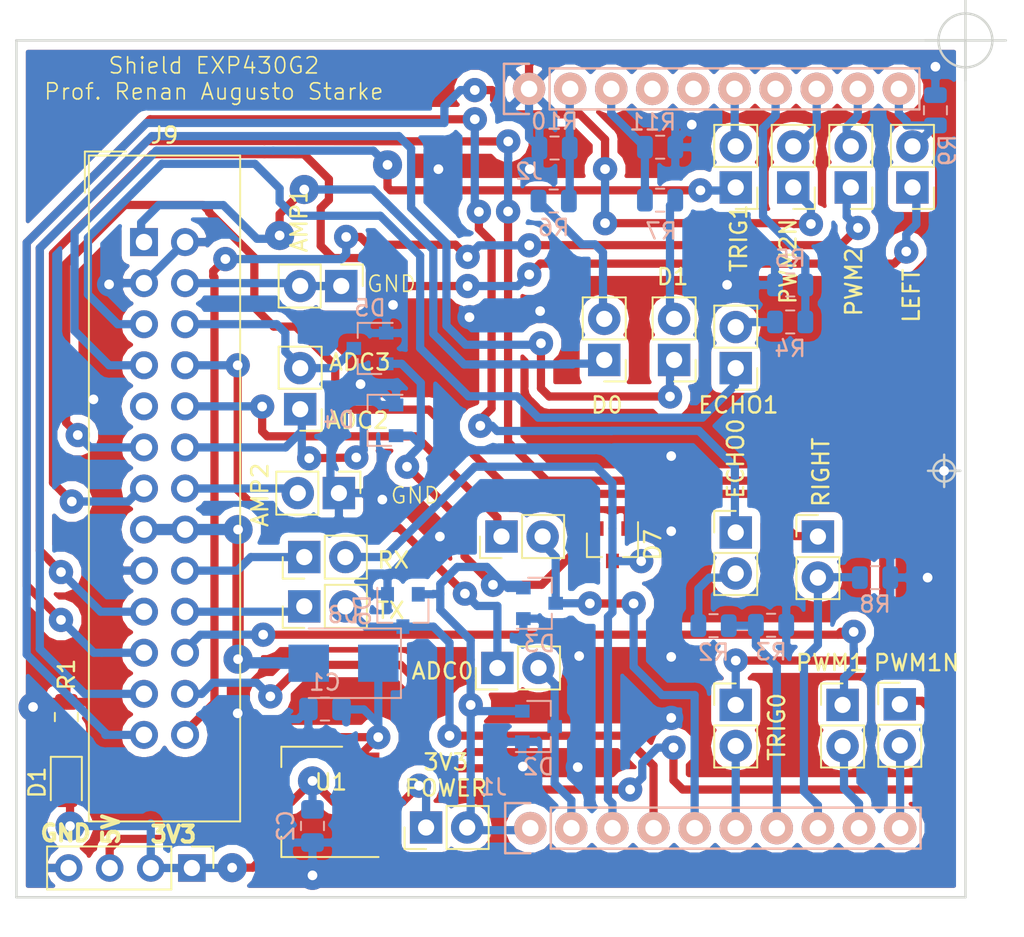
<source format=kicad_pcb>
(kicad_pcb (version 20171130) (host pcbnew 5.0.2+dfsg1-1)
  (title_block (date "lun. 30 mars 2015"))
  (layers (0 F.Cu signal) (31 B.Cu signal) (34 B.Paste user) (35 F.Paste user) (36 B.SilkS user) (37 F.SilkS user) (38 B.Mask user) (39 F.Mask user) (44 Edge.Cuts user))
  (net 0 "")
  (net 1 +5V)
  (net 2 GND)
  (net 3 +3V3)
  (net 4 "Net-(D1-Pad1)")
  (net 5 D0)
  (net 6 AMP1)
  (net 7 ADC3)
  (net 8 Echo1)
  (net 9 ADC0)
  (net 10 Trig1)
  (net 11 ADC1)
  (net 12 ADC2)
  (net 13 R_TCRT)
  (net 14 AMP2)
  (net 15 L_TCRT)
  (net 16 TXB)
  (net 17 RXB)
  (net 18 Trig0)
  (net 19 PWM1)
  (net 20 Echo0)
  (net 21 PWM1N)
  (net 22 D1)
  (net 23 PWM2)
  (net 24 PWM2N)
  (net 25 P2.6)
  (net 26 P2.7)
  (net 27 TEST)
  (net 28 RST)
  (net 29 P1.7)
  (net 30 P1.6)
  (net 31 P2.5)
  (net 32 P2.4)
  (net 33 P2.3)
  (net 34 P2.2)
  (net 35 P2.1)
  (net 36 P2.0)
  (net 37 P1.5)
  (net 38 P1.4)
  (net 39 P1.3)
  (net 40 P1.2)
  (net 41 P1.0)
  (net 42 P1.1)
  (net 43 "Net-(J24-Pad2)")
  (net 44 "Net-(J21-Pad2)")
  (net 45 "Net-(J10-Pad2)")
  (net 46 "Net-(J12-Pad2)")
  (net 47 "Net-(C2-Pad1)")
  (net 48 +5VP)
  (net 49 "Net-(J9-Pad9)")
  (module Connector_IDC:IDC-Header_2x13_P2.54mm_Vertical (layer F.Cu) (at 117.6 87.5792)
    (fp_text reference J9 (at 1.27 -6.604) (layer F.SilkS))
    (fp_text value Conn_02x13_Odd_Even)
    (pad 1 thru_hole rect (at 0 0) (size 1.7272 1.7272) (drill 1.016) (layers *.Cu *.Mask) (net 5 D0))
    (pad 2 thru_hole oval (at 2.54 0) (size 1.7272 1.7272) (drill 1.016) (layers *.Cu *.Mask) (net 2 GND))
    (pad 3 thru_hole oval (at 0 2.54) (size 1.7272 1.7272) (drill 1.016) (layers *.Cu *.Mask) (net 2 GND))
    (pad 4 thru_hole oval (at 2.54 2.54) (size 1.7272 1.7272) (drill 1.016) (layers *.Cu *.Mask) (net 6 AMP1))
    (pad 5 thru_hole oval (at 0 5.08) (size 1.7272 1.7272) (drill 1.016) (layers *.Cu *.Mask) (net 8 Echo1))
    (pad 6 thru_hole oval (at 2.54 5.08) (size 1.7272 1.7272) (drill 1.016) (layers *.Cu *.Mask) (net 7 ADC3))
    (pad 7 thru_hole oval (at 0 7.62) (size 1.7272 1.7272) (drill 1.016) (layers *.Cu *.Mask) (net 10 Trig1))
    (pad 8 thru_hole oval (at 2.54 7.62) (size 1.7272 1.7272) (drill 1.016) (layers *.Cu *.Mask) (net 9 ADC0))
    (pad 9 thru_hole oval (at 0 10.16) (size 1.7272 1.7272) (drill 1.016) (layers *.Cu *.Mask) (net 49 "Net-(J9-Pad9)"))
    (pad 10 thru_hole oval (at 2.54 10.16) (size 1.7272 1.7272) (drill 1.016) (layers *.Cu *.Mask) (net 11 ADC1))
    (pad 11 thru_hole oval (at 0 12.7) (size 1.7272 1.7272) (drill 1.016) (layers *.Cu *.Mask) (net 13 R_TCRT))
    (pad 12 thru_hole oval (at 2.54 12.7) (size 1.7272 1.7272) (drill 1.016) (layers *.Cu *.Mask) (net 12 ADC2))
    (pad 13 thru_hole oval (at 0 15.24) (size 1.7272 1.7272) (drill 1.016) (layers *.Cu *.Mask) (net 15 L_TCRT))
    (pad 14 thru_hole oval (at 2.54 15.24) (size 1.7272 1.7272) (drill 1.016) (layers *.Cu *.Mask) (net 14 AMP2))
    (pad 15 thru_hole oval (at 0 17.78) (size 1.7272 1.7272) (drill 1.016) (layers *.Cu *.Mask) (net 48 +5VP))
    (pad 16 thru_hole oval (at 2.54 17.78) (size 1.7272 1.7272) (drill 1.016) (layers *.Cu *.Mask) (net 48 +5VP))
    (pad 17 thru_hole oval (at 0 20.32) (size 1.7272 1.7272) (drill 1.016) (layers *.Cu *.Mask) (net 2 GND))
    (pad 18 thru_hole oval (at 2.54 20.32) (size 1.7272 1.7272) (drill 1.016) (layers *.Cu *.Mask) (net 16 TXB))
    (pad 19 thru_hole oval (at 0 22.86) (size 1.7272 1.7272) (drill 1.016) (layers *.Cu *.Mask) (net 18 Trig0))
    (pad 20 thru_hole oval (at 2.54 22.86) (size 1.7272 1.7272) (drill 1.016) (layers *.Cu *.Mask) (net 17 RXB))
    (pad 21 thru_hole oval (at 0 25.4) (size 1.7272 1.7272) (drill 1.016) (layers *.Cu *.Mask) (net 20 Echo0))
    (pad 22 thru_hole oval (at 2.54 25.4) (size 1.7272 1.7272) (drill 1.016) (layers *.Cu *.Mask) (net 19 PWM1))
    (pad 23 thru_hole oval (at 0 27.94) (size 1.7272 1.7272) (drill 1.016) (layers *.Cu *.Mask) (net 22 D1))
    (pad 24 thru_hole oval (at 2.54 27.94) (size 1.7272 1.7272) (drill 1.016) (layers *.Cu *.Mask) (net 21 PWM1N))
    (pad 25 thru_hole oval (at 0 30.48) (size 1.7272 1.7272) (drill 1.016) (layers *.Cu *.Mask) (net 24 PWM2N))
    (pad 26 thru_hole oval (at 2.54 30.48) (size 1.7272 1.7272) (drill 1.016) (layers *.Cu *.Mask) (net 23 PWM2))
  )
  (module Diode_SMD:D_SMB (layer B.Cu) (at 129.9337 113.6269 180)
    (fp_text reference D8 (at 0 3 180) (layer B.SilkS) (effects (justify mirror)))
    (fp_text value D_Schottky)
    (pad 1 smd rect (at -2.15 0 180) (size 2.5 2.3) (layers B.Cu B.Paste B.Mask) (net 1 +5V))
    (pad 2 smd rect (at 2.15 0 180) (size 2.5 2.3) (layers B.Cu B.Paste B.Mask) (net 48 +5VP))
  )
  (module Connector_PinHeader_2.54mm:PinHeader_1x02_P2.54mm_Vertical (layer F.Cu) (at 164.318 116.165)
    (fp_text reference J16 hide)
    (fp_text value Conn_01x02_Male)
    (pad 2 thru_hole oval (at 0 2.54) (size 2 2) (drill 1) (layers *.Cu *.Mask) (net 34 P2.2))
    (pad 1 thru_hole rect (at 0 0) (size 2 2) (drill 1) (layers *.Cu *.Mask) (net 21 PWM1N))
  )
  (module Connector_PinHeader_2.54mm:PinHeader_1x02_P2.54mm_Vertical (layer F.Cu) (at 129.794 90.297 270)
    (fp_text reference J4 hide)
    (fp_text value Conn_01x02_Male)
    (pad 1 thru_hole rect (at 0 0 270) (size 2 2) (drill 1) (layers *.Cu *.Mask) (net 6 AMP1))
    (pad 2 thru_hole oval (at 0 2.54 270) (size 2 2) (drill 1) (layers *.Cu *.Mask) (net 6 AMP1))
  )
  (module Connector_PinHeader_2.54mm:PinHeader_1x02_P2.54mm_Vertical (layer F.Cu) (at 129.648 103.105 270)
    (fp_text reference J5 hide)
    (fp_text value Conn_01x02_Male)
    (pad 2 thru_hole oval (at 0 2.54 270) (size 2 2) (drill 1) (layers *.Cu *.Mask) (net 14 AMP2))
    (pad 1 thru_hole rect (at 0 0 270) (size 2 2) (drill 1) (layers *.Cu *.Mask) (net 2 GND))
  )
  (module Connector_PinHeader_2.54mm:PinHeader_1x02_P2.54mm_Vertical (layer F.Cu) (at 139.446 113.919 90)
    (fp_text reference J6 hide)
    (fp_text value Conn_01x02_Male)
    (pad 1 thru_hole rect (at 0 0 90) (size 2 2) (drill 1) (layers *.Cu *.Mask) (net 9 ADC0))
    (pad 2 thru_hole oval (at 0 2.54 90) (size 2 2) (drill 1) (layers *.Cu *.Mask) (net 41 P1.0))
  )
  (module Connector_PinHeader_2.54mm:PinHeader_1x02_P2.54mm_Vertical (layer F.Cu) (at 139.7 105.791 90)
    (fp_text reference J7 hide)
    (fp_text value Conn_01x02_Male)
    (pad 2 thru_hole oval (at 0 2.54 90) (size 2 2) (drill 1) (layers *.Cu *.Mask) (net 39 P1.3))
    (pad 1 thru_hole rect (at 0 0 90) (size 2 2) (drill 1) (layers *.Cu *.Mask) (net 11 ADC1))
  )
  (module Connector_PinHeader_2.54mm:PinHeader_1x02_P2.54mm_Vertical (layer F.Cu) (at 127.254 97.917 180)
    (fp_text reference J8 hide)
    (fp_text value Conn_01x02_Male)
    (pad 1 thru_hole rect (at 0 0 180) (size 2 2) (drill 1) (layers *.Cu *.Mask) (net 12 ADC2))
    (pad 2 thru_hole oval (at 0 2.54 180) (size 2 2) (drill 1) (layers *.Cu *.Mask) (net 7 ADC3))
  )
  (module Connector_PinHeader_2.54mm:PinHeader_1x02_P2.54mm_Vertical (layer F.Cu) (at 154.178 105.537)
    (fp_text reference J10 hide)
    (fp_text value Conn_01x02_Male)
    (pad 2 thru_hole oval (at 0 2.54) (size 2 2) (drill 1) (layers *.Cu *.Mask) (net 45 "Net-(J10-Pad2)"))
    (pad 1 thru_hole rect (at 0 0) (size 2 2) (drill 1) (layers *.Cu *.Mask) (net 20 Echo0))
  )
  (module Connector_PinHeader_2.54mm:PinHeader_1x02_P2.54mm_Vertical (layer F.Cu) (at 154.178 116.205)
    (fp_text reference J11 hide)
    (fp_text value Conn_01x02_Male)
    (pad 1 thru_hole rect (at 0 0) (size 2 2) (drill 1) (layers *.Cu *.Mask) (net 18 Trig0))
    (pad 2 thru_hole oval (at 0 2.54) (size 2 2) (drill 1) (layers *.Cu *.Mask) (net 38 P1.4))
  )
  (module Connector_PinHeader_2.54mm:PinHeader_1x02_P2.54mm_Vertical (layer F.Cu) (at 154.178 95.377 180)
    (fp_text reference J12 hide)
    (fp_text value Conn_01x02_Male)
    (pad 2 thru_hole oval (at 0 2.54 180) (size 2 2) (drill 1) (layers *.Cu *.Mask) (net 46 "Net-(J12-Pad2)"))
    (pad 1 thru_hole rect (at 0 0 180) (size 2 2) (drill 1) (layers *.Cu *.Mask) (net 8 Echo1))
  )
  (module Connector_PinHeader_2.54mm:PinHeader_1x02_P2.54mm_Vertical (layer F.Cu) (at 154.178 84.201 180)
    (fp_text reference J13 hide)
    (fp_text value Conn_01x02_Male)
    (pad 1 thru_hole rect (at 0 0 180) (size 2 2) (drill 1) (layers *.Cu *.Mask) (net 10 Trig1))
    (pad 2 thru_hole oval (at 0 2.54 180) (size 2 2) (drill 1) (layers *.Cu *.Mask) (net 29 P1.7))
  )
  (module Connector_PinHeader_2.54mm:PinHeader_1x02_P2.54mm_Vertical (layer F.Cu) (at 150.368 94.869 180)
    (fp_text reference J24 hide)
    (fp_text value Conn_01x02_Male)
    (pad 2 thru_hole oval (at 0 2.54 180) (size 2 2) (drill 1) (layers *.Cu *.Mask) (net 43 "Net-(J24-Pad2)"))
    (pad 1 thru_hole rect (at 0 0 180) (size 2 2) (drill 1) (layers *.Cu *.Mask) (net 22 D1))
  )
  (module Connector_PinHeader_2.54mm:PinHeader_1x02_P2.54mm_Vertical (layer F.Cu) (at 127.508 107.061 90)
    (fp_text reference J23 hide)
    (fp_text value Conn_01x02_Male)
    (pad 1 thru_hole rect (at 0 0 90) (size 2 2) (drill 1) (layers *.Cu *.Mask) (net 16 TXB))
    (pad 2 thru_hole oval (at 0 2.54 90) (size 2 2) (drill 1) (layers *.Cu *.Mask) (net 42 P1.1))
  )
  (module Connector_PinHeader_2.54mm:PinHeader_1x02_P2.54mm_Vertical (layer F.Cu) (at 127.508 110.109 90)
    (fp_text reference J22 hide)
    (fp_text value Conn_01x02_Male)
    (pad 2 thru_hole oval (at 0 2.54 90) (size 2 2) (drill 1) (layers *.Cu *.Mask) (net 40 P1.2))
    (pad 1 thru_hole rect (at 0 0 90) (size 2 2) (drill 1) (layers *.Cu *.Mask) (net 17 RXB))
  )
  (module Connector_PinHeader_2.54mm:PinHeader_1x02_P2.54mm_Vertical (layer F.Cu) (at 146.05 94.869 180)
    (fp_text reference J21 hide)
    (fp_text value Conn_01x02_Male)
    (pad 1 thru_hole rect (at 0 0 180) (size 2 2) (drill 1) (layers *.Cu *.Mask) (net 5 D0))
    (pad 2 thru_hole oval (at 0 2.54 180) (size 2 2) (drill 1) (layers *.Cu *.Mask) (net 44 "Net-(J21-Pad2)"))
  )
  (module Connector_PinHeader_2.54mm:PinHeader_1x02_P2.54mm_Vertical (layer F.Cu) (at 165.1 84.201 180)
    (fp_text reference J20 hide)
    (fp_text value Conn_01x02_Male)
    (pad 2 thru_hole oval (at 0 2.54 180) (size 2 2) (drill 1) (layers *.Cu *.Mask) (net 33 P2.3))
    (pad 1 thru_hole rect (at 0 0 180) (size 2 2) (drill 1) (layers *.Cu *.Mask) (net 15 L_TCRT))
  )
  (module Connector_PinHeader_2.54mm:PinHeader_1x02_P2.54mm_Vertical (layer F.Cu) (at 159.258 105.791)
    (fp_text reference J19 hide)
    (fp_text value Conn_01x02_Male)
    (pad 1 thru_hole rect (at 0 0) (size 2 2) (drill 1) (layers *.Cu *.Mask) (net 13 R_TCRT))
    (pad 2 thru_hole oval (at 0 2.54) (size 2 2) (drill 1) (layers *.Cu *.Mask) (net 36 P2.0))
  )
  (module Connector_PinHeader_2.54mm:PinHeader_1x02_P2.54mm_Vertical (layer F.Cu) (at 157.734 84.201 180)
    (fp_text reference J18 hide)
    (fp_text value Conn_01x02_Male)
    (pad 2 thru_hole oval (at 0 2.54 180) (size 2 2) (drill 1) (layers *.Cu *.Mask) (net 31 P2.5))
    (pad 1 thru_hole rect (at 0 0 180) (size 2 2) (drill 1) (layers *.Cu *.Mask) (net 24 PWM2N))
  )
  (module Connector_PinHeader_2.54mm:PinHeader_1x02_P2.54mm_Vertical (layer F.Cu) (at 161.29 84.201 180)
    (fp_text reference J17 hide)
    (fp_text value Conn_01x02_Male)
    (pad 1 thru_hole rect (at 0 0 180) (size 2 2) (drill 1) (layers *.Cu *.Mask) (net 23 PWM2))
    (pad 2 thru_hole oval (at 0 2.54 180) (size 2 2) (drill 1) (layers *.Cu *.Mask) (net 32 P2.4))
  )
  (module Connector_PinHeader_2.54mm:PinHeader_1x02_P2.54mm_Vertical (layer F.Cu) (at 160.782 116.205)
    (fp_text reference J15 hide)
    (fp_text value Conn_01x02_Male)
    (pad 2 thru_hole oval (at 0 2.54) (size 2 2) (drill 1) (layers *.Cu *.Mask) (net 35 P2.1))
    (pad 1 thru_hole rect (at 0 0) (size 2 2) (drill 1) (layers *.Cu *.Mask) (net 19 PWM1))
  )
  (module Connector_PinHeader_2.54mm:PinHeader_1x02_P2.54mm_Vertical (layer F.Cu) (at 135.038 123.785 90)
    (fp_text reference J3 hide)
    (fp_text value Conn_01x02_Male)
    (pad 1 thru_hole rect (at 0 0 90) (size 2 2) (drill 1) (layers *.Cu *.Mask) (net 47 "Net-(C2-Pad1)"))
    (pad 2 thru_hole oval (at 0 2.54 90) (size 2 2) (drill 1) (layers *.Cu *.Mask) (net 3 +3V3))
  )
  (module Package_TO_SOT_SMD:SOT-23 (layer B.Cu) (at 133.604 110.363 270)
    (fp_text reference D6 (at 0 2.5 270) (layer B.SilkS) (effects (justify mirror)))
    (fp_text value BAT54S)
    (pad 3 smd rect (at 1 0 270) (size 0.9 0.8) (layers B.Cu B.Paste B.Mask) (net 40 P1.2))
    (pad 2 smd rect (at -1 -0.95 270) (size 0.9 0.8) (layers B.Cu B.Paste B.Mask) (net 3 +3V3))
    (pad 1 smd rect (at -1 0.95 270) (size 0.9 0.8) (layers B.Cu B.Paste B.Mask) (net 2 GND))
  )
  (module Package_TO_SOT_SMD:SOT-23 (layer F.Cu) (at 146.558 106.299 270)
    (fp_text reference D7 (at 0 -2.5 270) (layer F.SilkS))
    (fp_text value BAT54S)
    (pad 1 smd rect (at -1 -0.95 270) (size 0.9 0.8) (layers F.Cu F.Paste F.Mask) (net 2 GND))
    (pad 2 smd rect (at -1 0.95 270) (size 0.9 0.8) (layers F.Cu F.Paste F.Mask) (net 3 +3V3))
    (pad 3 smd rect (at 1 0 270) (size 0.9 0.8) (layers F.Cu F.Paste F.Mask) (net 42 P1.1))
  )
  (module Socket_Arduino_Uno:Socket_Strip_Arduino_1x10 (layer B.Cu) (at 141.478 123.825)
    (fp_text reference J1 (at -2.286 -2.54) (layer B.SilkS) (effects (justify mirror)))
    (fp_text value Digital)
    (pad 10 thru_hole circle (at 22.86 0) (size 2 2) (drill 1.016) (layers *.Cu *.Mask B.SilkS) (net 34 P2.2))
    (pad 9 thru_hole circle (at 20.32 0) (size 2 2) (drill 1.016) (layers *.Cu *.Mask B.SilkS) (net 35 P2.1))
    (pad 8 thru_hole circle (at 17.78 0) (size 2 2) (drill 1.016) (layers *.Cu *.Mask B.SilkS) (net 36 P2.0))
    (pad 7 thru_hole circle (at 15.24 0) (size 2 2) (drill 1.016) (layers *.Cu *.Mask B.SilkS) (net 37 P1.5))
    (pad 6 thru_hole circle (at 12.7 0) (size 2 2) (drill 1.016) (layers *.Cu *.Mask B.SilkS) (net 38 P1.4))
    (pad 5 thru_hole circle (at 10.16 0) (size 2 2) (drill 1.016) (layers *.Cu *.Mask B.SilkS) (net 39 P1.3))
    (pad 4 thru_hole circle (at 7.62 0) (size 2 2) (drill 1.016) (layers *.Cu *.Mask B.SilkS) (net 40 P1.2))
    (pad 3 thru_hole circle (at 5.08 0) (size 2 2) (drill 1.016) (layers *.Cu *.Mask B.SilkS) (net 42 P1.1))
    (pad 2 thru_hole circle (at 2.54 0) (size 2 2) (drill 1.016) (layers *.Cu *.Mask B.SilkS) (net 41 P1.0))
    (pad 1 thru_hole circle (at 0 0) (size 2 2) (drill 1.016) (layers *.Cu *.Mask B.SilkS) (net 3 +3V3))
  )
  (module Socket_Arduino_Uno:Socket_Strip_Arduino_1x10 (layer B.Cu) (at 141.4018 78.105)
    (fp_text reference J2 (at 0 5.1) (layer B.SilkS) (effects (justify mirror)))
    (fp_text value Digital)
    (pad 1 thru_hole circle (at 0 0) (size 2 2) (drill 1.016) (layers *.Cu *.Mask B.SilkS) (net 2 GND))
    (pad 2 thru_hole circle (at 2.54 0) (size 2 2) (drill 1.016) (layers *.Cu *.Mask B.SilkS) (net 25 P2.6))
    (pad 3 thru_hole circle (at 5.08 0) (size 2 2) (drill 1.016) (layers *.Cu *.Mask B.SilkS) (net 26 P2.7))
    (pad 4 thru_hole circle (at 7.62 0) (size 2 2) (drill 1.016) (layers *.Cu *.Mask B.SilkS) (net 27 TEST))
    (pad 5 thru_hole circle (at 10.16 0) (size 2 2) (drill 1.016) (layers *.Cu *.Mask B.SilkS) (net 28 RST))
    (pad 6 thru_hole circle (at 12.7 0) (size 2 2) (drill 1.016) (layers *.Cu *.Mask B.SilkS) (net 29 P1.7))
    (pad 7 thru_hole circle (at 15.24 0) (size 2 2) (drill 1.016) (layers *.Cu *.Mask B.SilkS) (net 30 P1.6))
    (pad 8 thru_hole circle (at 17.78 0) (size 2 2) (drill 1.016) (layers *.Cu *.Mask B.SilkS) (net 31 P2.5))
    (pad 9 thru_hole circle (at 20.32 0) (size 2 2) (drill 1.016) (layers *.Cu *.Mask B.SilkS) (net 32 P2.4))
    (pad 10 thru_hole circle (at 22.86 0) (size 2 2) (drill 1.016) (layers *.Cu *.Mask B.SilkS) (net 33 P2.3))
  )
  (module Package_TO_SOT_SMD:SOT-223-3_TabPin2 (layer F.Cu) (at 128 122.2 180)
    (fp_text reference U1 (at -1.1557 1.2192 180) (layer F.SilkS))
    (fp_text value NCP1117-3.3_SOT223)
    (pad 2 smd rect (at 3.15 0 180) (size 2 3.8) (layers F.Cu F.Paste F.Mask) (net 47 "Net-(C2-Pad1)"))
    (pad 2 smd rect (at -3.15 0 180) (size 2 1.5) (layers F.Cu F.Paste F.Mask) (net 47 "Net-(C2-Pad1)"))
    (pad 3 smd rect (at -3.15 2.3 180) (size 2 1.5) (layers F.Cu F.Paste F.Mask) (net 1 +5V))
    (pad 1 smd rect (at -3.15 -2.3 180) (size 2 1.5) (layers F.Cu F.Paste F.Mask) (net 2 GND))
  )
  (module Package_TO_SOT_SMD:SOT-23 (layer B.Cu) (at 141.986 117.5385)
    (fp_text reference D2 (at 0 2.5) (layer B.SilkS) (effects (justify mirror)))
    (fp_text value BAT54S)
    (pad 3 smd rect (at 1 0) (size 0.9 0.8) (layers B.Cu B.Paste B.Mask) (net 41 P1.0))
    (pad 2 smd rect (at -1 -0.95) (size 0.9 0.8) (layers B.Cu B.Paste B.Mask) (net 3 +3V3))
    (pad 1 smd rect (at -1 0.95) (size 0.9 0.8) (layers B.Cu B.Paste B.Mask) (net 2 GND))
  )
  (module Package_TO_SOT_SMD:SOT-23 (layer B.Cu) (at 142.0495 109.9185)
    (fp_text reference D3 (at 0 2.5) (layer B.SilkS) (effects (justify mirror)))
    (fp_text value BAT54S)
    (pad 1 smd rect (at -1 0.95) (size 0.9 0.8) (layers B.Cu B.Paste B.Mask) (net 2 GND))
    (pad 2 smd rect (at -1 -0.95) (size 0.9 0.8) (layers B.Cu B.Paste B.Mask) (net 3 +3V3))
    (pad 3 smd rect (at 1 0) (size 0.9 0.8) (layers B.Cu B.Paste B.Mask) (net 39 P1.3))
  )
  (module Package_TO_SOT_SMD:SOT-23 (layer B.Cu) (at 132.1816 98.6028 180)
    (fp_text reference D4 (at 2.54 0.0381 180) (layer B.SilkS) (effects (justify mirror)))
    (fp_text value BAT54S)
    (pad 3 smd rect (at 1 0 180) (size 0.9 0.8) (layers B.Cu B.Paste B.Mask) (net 12 ADC2))
    (pad 2 smd rect (at -1 -0.95 180) (size 0.9 0.8) (layers B.Cu B.Paste B.Mask) (net 3 +3V3))
    (pad 1 smd rect (at -1 0.95 180) (size 0.9 0.8) (layers B.Cu B.Paste B.Mask) (net 2 GND))
  )
  (module Package_TO_SOT_SMD:SOT-23 (layer B.Cu) (at 131.572 94.1578 180)
    (fp_text reference D5 (at 0 2.5 180) (layer B.SilkS) (effects (justify mirror)))
    (fp_text value BAT54S)
    (pad 1 smd rect (at -1 0.95 180) (size 0.9 0.8) (layers B.Cu B.Paste B.Mask) (net 2 GND))
    (pad 2 smd rect (at -1 -0.95 180) (size 0.9 0.8) (layers B.Cu B.Paste B.Mask) (net 3 +3V3))
    (pad 3 smd rect (at 1 0 180) (size 0.9 0.8) (layers B.Cu B.Paste B.Mask) (net 7 ADC3))
  )
  (module Resistor_SMD:R_0805_2012Metric (layer B.Cu) (at 157.5435 92.5195)
    (fp_text reference R4 (at 0 1.65) (layer B.SilkS) (effects (justify mirror)))
    (fp_text value 10k)
    (pad 1 smd roundrect (at -0.9375 0) (size 0.975 1.4) (layers B.Cu B.Paste B.Mask) (net 46 "Net-(J12-Pad2)"))
    (pad 2 smd roundrect (at 0.9375 0) (size 0.975 1.4) (layers B.Cu B.Paste B.Mask) (net 30 P1.6))
  )
  (module Resistor_SMD:R_0805_2012Metric (layer B.Cu) (at 157.5435 90.2335 180)
    (fp_text reference R5 (at 0 1.65 180) (layer B.SilkS) (effects (justify mirror)))
    (fp_text value 15k)
    (pad 2 smd roundrect (at 0.9375 0 180) (size 0.975 1.4) (layers B.Cu B.Paste B.Mask) (net 2 GND))
    (pad 1 smd roundrect (at -0.9375 0 180) (size 0.975 1.4) (layers B.Cu B.Paste B.Mask) (net 30 P1.6))
  )
  (module Resistor_SMD:R_0805_2012Metric (layer B.Cu) (at 152.8064 111.3028)
    (fp_text reference R2 (at 0 1.65) (layer B.SilkS) (effects (justify mirror)))
    (fp_text value 10k)
    (pad 1 smd roundrect (at -0.9375 0) (size 0.975 1.4) (layers B.Cu B.Paste B.Mask) (net 45 "Net-(J10-Pad2)"))
    (pad 2 smd roundrect (at 0.9375 0) (size 0.975 1.4) (layers B.Cu B.Paste B.Mask) (net 37 P1.5))
  )
  (module Resistor_SMD:R_0805_2012Metric (layer B.Cu) (at 142.9258 85.0392)
    (fp_text reference R6 (at 0 1.65) (layer B.SilkS) (effects (justify mirror)))
    (fp_text value 10k)
    (pad 2 smd roundrect (at 0.9375 0) (size 0.975 1.4) (layers B.Cu B.Paste B.Mask) (net 25 P2.6))
    (pad 1 smd roundrect (at -0.9375 0) (size 0.975 1.4) (layers B.Cu B.Paste B.Mask) (net 44 "Net-(J21-Pad2)"))
  )
  (module Resistor_SMD:R_0805_2012Metric (layer B.Cu) (at 149.5021 84.9884 180)
    (fp_text reference R7 (at -0.0658 -1.9177 180) (layer B.SilkS) (effects (justify mirror)))
    (fp_text value 10k)
    (pad 1 smd roundrect (at -0.9375 0 180) (size 0.975 1.4) (layers B.Cu B.Paste B.Mask) (net 43 "Net-(J24-Pad2)"))
    (pad 2 smd roundrect (at 0.9375 0 180) (size 0.975 1.4) (layers B.Cu B.Paste B.Mask) (net 26 P2.7))
  )
  (module Resistor_SMD:R_0805_2012Metric (layer B.Cu) (at 162.7909 108.331)
    (fp_text reference R8 (at 0 1.65) (layer B.SilkS) (effects (justify mirror)))
    (fp_text value 15k)
    (pad 2 smd roundrect (at 0.9375 0) (size 0.975 1.4) (layers B.Cu B.Paste B.Mask) (net 2 GND))
    (pad 1 smd roundrect (at -0.9375 0) (size 0.975 1.4) (layers B.Cu B.Paste B.Mask) (net 36 P2.0))
  )
  (module Resistor_SMD:R_0805_2012Metric (layer B.Cu) (at 166.5224 79.4281 90)
    (fp_text reference R9 (at -2.4742 0.7493 90) (layer B.SilkS) (effects (justify mirror)))
    (fp_text value 15k)
    (pad 1 smd roundrect (at -0.9375 0 90) (size 0.975 1.4) (layers B.Cu B.Paste B.Mask) (net 33 P2.3))
    (pad 2 smd roundrect (at 0.9375 0 90) (size 0.975 1.4) (layers B.Cu B.Paste B.Mask) (net 2 GND))
  )
  (module Resistor_SMD:R_0805_2012Metric (layer B.Cu) (at 142.9789 81.7626 180)
    (fp_text reference R10 (at 0 1.65 180) (layer B.SilkS) (effects (justify mirror)))
    (fp_text value 15k)
    (pad 2 smd roundrect (at 0.9375 0 180) (size 0.975 1.4) (layers B.Cu B.Paste B.Mask) (net 2 GND))
    (pad 1 smd roundrect (at -0.9375 0 180) (size 0.975 1.4) (layers B.Cu B.Paste B.Mask) (net 25 P2.6))
  )
  (module Resistor_SMD:R_0805_2012Metric (layer B.Cu) (at 149.5044 81.7118)
    (fp_text reference R11 (at -0.4572 -1.5494) (layer B.SilkS) (effects (justify mirror)))
    (fp_text value 15k)
    (pad 1 smd roundrect (at -0.9375 0) (size 0.975 1.4) (layers B.Cu B.Paste B.Mask) (net 26 P2.7))
    (pad 2 smd roundrect (at 0.9375 0) (size 0.975 1.4) (layers B.Cu B.Paste B.Mask) (net 2 GND))
  )
  (module Resistor_SMD:R_0805_2012Metric (layer B.Cu) (at 156.3624 111.2774)
    (fp_text reference R3 (at 0 1.65) (layer B.SilkS) (effects (justify mirror)))
    (fp_text value 15k)
    (pad 1 smd roundrect (at -0.9375 0) (size 0.975 1.4) (layers B.Cu B.Paste B.Mask) (net 37 P1.5))
    (pad 2 smd roundrect (at 0.9375 0) (size 0.975 1.4) (layers B.Cu B.Paste B.Mask) (net 2 GND))
  )
  (module Capacitor_SMD:C_0805_2012Metric_Pad1.15x1.40mm_HandSolder (layer B.Cu) (at 128.016 123.689 270)
    (fp_text reference C2 (at 0 1.65 270) (layer B.SilkS) (effects (justify mirror)))
    (fp_text value 100n)
    (pad 2 smd roundrect (at 1.025 0 270) (size 1.15 1.4) (layers B.Cu B.Paste B.Mask) (roundrect_rratio 0.217391) (net 2 GND))
    (pad 1 smd roundrect (at -1.025 0 270) (size 1.15 1.4) (layers B.Cu B.Paste B.Mask) (roundrect_rratio 0.217391) (net 47 "Net-(C2-Pad1)"))
  )
  (module Capacitor_SMD:C_0805_2012Metric_Pad1.15x1.40mm_HandSolder (layer B.Cu) (at 128.787 116.459 180)
    (fp_text reference C1 (at 0 1.65 180) (layer B.SilkS) (effects (justify mirror)))
    (fp_text value 100n)
    (pad 1 smd roundrect (at -1.025 0 180) (size 1.15 1.4) (layers B.Cu B.Paste B.Mask) (roundrect_rratio 0.217391) (net 1 +5V))
    (pad 2 smd roundrect (at 1.025 0 180) (size 1.15 1.4) (layers B.Cu B.Paste B.Mask) (roundrect_rratio 0.217391) (net 2 GND))
  )
  (module Connector_PinHeader_2.54mm:PinHeader_1x04_P2.54mm_Vertical (layer F.Cu) (at 120.56 126.29 270)
    (fp_text reference J14 hide)
    (fp_text value Conn_01x04_Male)
    (pad 1 thru_hole rect (at 0 0 270) (size 1.7 1.7) (drill 1) (layers *.Cu *.Mask) (net 47 "Net-(C2-Pad1)"))
    (pad 2 thru_hole oval (at 0 2.54 270) (size 1.7 1.7) (drill 1) (layers *.Cu *.Mask) (net 47 "Net-(C2-Pad1)"))
    (pad 3 thru_hole oval (at 0 5.08 270) (size 1.7 1.7) (drill 1) (layers *.Cu *.Mask) (net 1 +5V))
    (pad 4 thru_hole oval (at 0 7.62 270) (size 1.7 1.7) (drill 1) (layers *.Cu *.Mask) (net 2 GND))
  )
  (module LED_SMD:LED_0805_2012Metric (layer F.Cu) (at 112.8 121.1 270)
    (fp_text reference D1 (at -0.1 1.8 270) (layer F.SilkS))
    (fp_text value LED)
    (pad 1 smd roundrect (at -0.9375 0 270) (size 0.975 1.4) (layers F.Cu F.Paste F.Mask) (net 4 "Net-(D1-Pad1)"))
    (pad 2 smd roundrect (at 0.9375 0 270) (size 0.975 1.4) (layers F.Cu F.Paste F.Mask) (net 47 "Net-(C2-Pad1)"))
  )
  (module Resistor_SMD:R_0805_2012Metric (layer F.Cu) (at 112.8014 116.9543 90)
    (fp_text reference R1 (at 2.6289 0.0127 90) (layer F.SilkS))
    (fp_text value R)
    (pad 1 smd roundrect (at -0.9375 0 90) (size 0.975 1.4) (layers F.Cu F.Paste F.Mask) (net 4 "Net-(D1-Pad1)"))
    (pad 2 smd roundrect (at 0.9375 0 90) (size 0.975 1.4) (layers F.Cu F.Paste F.Mask) (net 2 GND))
  )
  (gr_text "Shield EXP430G2\nProf. Renan Augusto Starke" (at 121.92 77.465) (layer F.SilkS) (effects (font (size 1 1) (thickness 0.1))))
  (target plus (at 168.3766 75.1078) (size 5) (width 0.15) (layer Edge.Cuts))
  (target plus (at 167.061621 101.72611) (size 2) (width 0.15) (layer Edge.Cuts))
  (gr_text LEFT (at 165.0365 90.8939 90) (layer F.SilkS) (effects (font (size 1 1))))
  (gr_text PWM2 (at 161.4805 90.043 90) (layer F.SilkS) (effects (font (size 1 1))))
  (gr_text PWM2N (at 157.4165 88.773 90) (layer F.SilkS) (effects (font (size 1 1))))
  (gr_text TRIG1 (at 154.3685 87.3379 90) (layer F.SilkS) (effects (font (size 1 1))))
  (gr_text ECHO1 (at 154.3431 97.663) (layer F.SilkS) (effects (font (size 1 1))))
  (gr_text D1 (at 150.2791 89.7255) (layer F.SilkS) (effects (font (size 1 1))))
  (gr_text D0 (at 146.2151 97.663) (layer F.SilkS) (effects (font (size 1 1))))
  (gr_text RIGHT (at 159.4485 101.8159 90) (layer F.SilkS) (effects (font (size 1 1))))
  (gr_text ECHO0 (at 154.178 100.965 90) (layer F.SilkS) (effects (font (size 1 1))))
  (gr_text PWM1N (at 165.354 113.6015) (layer F.SilkS) (effects (font (size 1 1))))
  (gr_text PWM1 (at 160.02 113.6015) (layer F.SilkS) (effects (font (size 1 1))))
  (gr_text TRIG0 (at 156.718 117.5639 90) (layer F.SilkS) (effects (font (size 1 1))))
  (gr_text "3V3\nPOWER" (at 136.2583 120.5484) (layer F.SilkS) (effects (font (size 1 1))))
  (gr_text ADC0 (at 136.0551 114.1095) (layer F.SilkS) (effects (font (size 1 1))))
  (gr_text TX (at 132.842 110.363) (layer F.SilkS) (effects (font (size 1 1))))
  (gr_text RX (at 133.0071 107.2515) (layer F.SilkS) (effects (font (size 1 1))))
  (gr_text AMP2 (at 124.77 103.22 90) (layer F.SilkS) (effects (font (size 1 1))))
  (gr_text AMP1 (at 127.1905 86.233 90) (layer F.SilkS) (effects (font (size 1 1))))
  (gr_text ADC3 (at 130.94 95.01) (layer F.SilkS) (effects (font (size 1 1))))
  (gr_text GND (at 134.366 103.251) (layer F.SilkS) (effects (font (size 1 1) (thickness 0.1))))
  (gr_text GND (at 132.898 90.165) (layer F.SilkS) (effects (font (size 1 1) (thickness 0.1))))
  (gr_text 3V3 (at 119.42 124.21) (layer F.SilkS) (effects (font (size 1 1) (thickness 0.25))))
  (gr_text 5V (at 115.56 123.91 90) (layer F.SilkS) (effects (font (size 1 1) (thickness 0.25))))
  (gr_text GND (at 112.76 124.14) (layer F.SilkS) (effects (font (size 1 1) (thickness 0.25))))
  (gr_text ADC2 (at 130.82 98.61) (layer F.SilkS) (effects (font (size 1 1))))
  (gr_line (start 168.3766 75.1078) (end 109.7026 75.1078) (layer Edge.Cuts) (width 0.15))
  (gr_line (start 109.71 128.1) (end 168.38 128.1) (layer Edge.Cuts) (width 0.15))
  (gr_line (start 168.3766 128.1) (end 168.3766 75.1078) (layer Edge.Cuts) (width 0.15))
  (gr_line (start 109.7153 75.1078) (end 109.7153 128.1) (angle 90) (layer Edge.Cuts) (width 0.15))
  (via (at 132.08 118.2) (size 1.5) (drill 0.6) (layers F.Cu B.Cu) (net 1))
  (segment (start 132.08 113.6306) (end 132.0837 113.6269) (width 0.508) (layer B.Cu) (net 1))
  (segment (start 132.0837 118.1963) (end 132.08 118.2) (width 0.508) (layer B.Cu) (net 1))
  (segment (start 132.0837 113.6269) (end 132.0837 118.1963) (width 0.508) (layer B.Cu) (net 1))
  (segment (start 131.15 119.13) (end 132.08 118.2) (width 0.508) (layer F.Cu) (net 1))
  (segment (start 131.15 119.9) (end 131.15 119.13) (width 0.508) (layer F.Cu) (net 1))
  (segment (start 131.191 116.4844) (end 132.08 117.3734) (width 0.508) (layer B.Cu) (net 1))
  (segment (start 130.0988 117.2844) (end 130.0988 116.4844) (width 0.508) (layer B.Cu) (net 1))
  (segment (start 130.0988 116.4844) (end 131.191 116.4844) (width 0.508) (layer B.Cu) (net 1))
  (segment (start 124.116 118.2) (end 132.08 118.2) (width 0.508) (layer F.Cu) (net 1))
  (segment (start 115.48 125.087919) (end 116.078 124.489919) (width 0.508) (layer F.Cu) (net 1))
  (segment (start 115.48 126.29) (end 115.48 125.087919) (width 0.508) (layer F.Cu) (net 1))
  (segment (start 116.078 124.489919) (end 120.620081 124.489919) (width 0.508) (layer F.Cu) (net 1))
  (segment (start 121.158 123.952) (end 121.158 121.158) (width 0.508) (layer F.Cu) (net 1))
  (segment (start 120.620081 124.489919) (end 121.158 123.952) (width 0.508) (layer F.Cu) (net 1))
  (segment (start 121.158 121.158) (end 124.116 118.2) (width 0.508) (layer F.Cu) (net 1))
  (segment (start 141.4018 81.123) (end 142.0414 81.7626) (width 0.508) (layer B.Cu) (net 2))
  (segment (start 141.4018 78.105) (end 141.4018 81.123) (width 0.508) (layer B.Cu) (net 2))
  (segment (start 166.5224 78.4906) (end 166.5224 76.7334) (width 0.508) (layer B.Cu) (net 2))
  (via (at 166.5224 76.7334) (size 1.5) (drill 0.6) (layers F.Cu B.Cu) (net 2))
  (via (at 153.6446 90.222199) (size 1.5) (drill 0.6) (layers F.Cu B.Cu) (net 2))
  (segment (start 153.849199 90.0176) (end 153.6446 90.222199) (width 0.508) (layer F.Cu) (net 2))
  (segment (start 156.594699 90.222199) (end 156.606 90.2335) (width 0.508) (layer B.Cu) (net 2))
  (segment (start 153.6446 90.222199) (end 156.594699 90.222199) (width 0.508) (layer B.Cu) (net 2))
  (segment (start 160.8328 90.0176) (end 166.0398 95.2246) (width 0.508) (layer F.Cu) (net 2))
  (segment (start 160.8328 90.0176) (end 153.849199 90.0176) (width 0.508) (layer F.Cu) (net 2))
  (segment (start 164.801826 90.0176) (end 160.8328 90.0176) (width 0.508) (layer F.Cu) (net 2))
  (via (at 166.0398 108.331) (size 1.5) (drill 0.6) (layers F.Cu B.Cu) (net 2))
  (segment (start 166.0398 108.331) (end 163.7284 108.331) (width 0.508) (layer B.Cu) (net 2))
  (segment (start 166.0398 100.9904) (end 150.1902 100.9904) (width 0.508) (layer F.Cu) (net 2))
  (segment (start 166.0398 100.9904) (end 166.0398 108.331) (width 0.508) (layer F.Cu) (net 2))
  (segment (start 166.0398 95.2246) (end 166.0398 100.9904) (width 0.508) (layer F.Cu) (net 2))
  (via (at 150.1902 100.8126) (size 1.5) (drill 0.6) (layers F.Cu B.Cu) (net 2))
  (segment (start 150.1902 100.9904) (end 150.1902 105.4608) (width 0.508) (layer B.Cu) (net 2))
  (via (at 150.1902 105.4608) (size 1.5) (drill 0.6) (layers F.Cu B.Cu) (net 2))
  (segment (start 150.1902 105.4608) (end 150.1902 113.2332) (width 0.508) (layer B.Cu) (net 2))
  (via (at 150.1902 113.2332) (size 1.5) (drill 0.6) (layers F.Cu B.Cu) (net 2))
  (via (at 144.5006 113.1824) (size 1.5) (drill 0.6) (layers F.Cu B.Cu) (net 2))
  (segment (start 150.1902 113.2332) (end 144.5514 113.2332) (width 0.508) (layer F.Cu) (net 2))
  (segment (start 144.5514 113.2332) (end 144.5006 113.1824) (width 0.508) (layer F.Cu) (net 2))
  (via (at 141.0208 120.015) (size 1.5) (drill 0.6) (layers F.Cu B.Cu) (net 2))
  (segment (start 140.986 118.4885) (end 140.986 120.0938) (width 0.508) (layer B.Cu) (net 2))
  (segment (start 140.986 120.0938) (end 141.0208 120.1286) (width 0.508) (layer B.Cu) (net 2))
  (segment (start 142.08146 120.1286) (end 142.09486 120.142) (width 0.508) (layer F.Cu) (net 2))
  (segment (start 141.0208 120.1286) (end 142.08146 120.1286) (width 0.508) (layer F.Cu) (net 2))
  (via (at 144.4117 120.0531) (size 1.5) (drill 0.6) (layers F.Cu B.Cu) (net 2))
  (segment (start 142.09486 120.142) (end 144.264277 120.142) (width 0.508) (layer F.Cu) (net 2))
  (segment (start 144.264277 120.142) (end 144.2948 120.111477) (width 0.508) (layer F.Cu) (net 2))
  (segment (start 144.2948 113.3882) (end 144.5006 113.1824) (width 0.508) (layer B.Cu) (net 2))
  (segment (start 144.2948 120.111477) (end 144.2948 113.3882) (width 0.508) (layer B.Cu) (net 2))
  (segment (start 132.572 93.2078) (end 132.572 92.7575) (width 0.508) (layer B.Cu) (net 2))
  (segment (start 132.572 92.2998) (end 132.9944 91.8774) (width 0.508) (layer B.Cu) (net 2))
  (segment (start 132.572 93.2078) (end 132.572 92.2998) (width 0.508) (layer B.Cu) (net 2))
  (segment (start 132.9944 91.8774) (end 132.9944 91.4654) (width 0.508) (layer B.Cu) (net 2))
  (segment (start 132.9944 91.4654) (end 132.9944 94.3102) (width 0.508) (layer F.Cu) (net 2))
  (via (at 130.9878 96.3676) (size 1.5) (drill 0.6) (layers F.Cu B.Cu) (net 2))
  (segment (start 132.9944 94.3102) (end 130.9624 96.3422) (width 0.508) (layer F.Cu) (net 2))
  (segment (start 130.9624 96.3422) (end 131.2868 96.3422) (width 0.508) (layer B.Cu) (net 2))
  (segment (start 153.6446 90.222199) (end 143.762601 90.222199) (width 0.508) (layer F.Cu) (net 2))
  (via (at 142.0876 91.8464) (size 1.5) (drill 0.6) (layers F.Cu B.Cu) (net 2))
  (segment (start 143.762601 90.222199) (end 142.1384 91.8464) (width 0.508) (layer F.Cu) (net 2))
  (segment (start 142.1384 91.8464) (end 142.0876 91.8464) (width 0.508) (layer F.Cu) (net 2))
  (via (at 137.7188 92.2274) (size 1.5) (drill 0.6) (layers F.Cu B.Cu) (net 2))
  (segment (start 142.0876 91.8464) (end 138.0998 91.8464) (width 0.508) (layer B.Cu) (net 2))
  (segment (start 138.0998 91.8464) (end 137.7188 92.2274) (width 0.508) (layer B.Cu) (net 2))
  (segment (start 133.7564 92.2274) (end 132.9944 91.4654) (width 0.508) (layer F.Cu) (net 2))
  (segment (start 137.7188 92.2274) (end 133.7564 92.2274) (width 0.508) (layer F.Cu) (net 2))
  (segment (start 131.8964 96.3676) (end 133.1816 97.6528) (width 0.508) (layer B.Cu) (net 2))
  (segment (start 133.5786 96.3676) (end 137.7188 92.2274) (width 0.508) (layer F.Cu) (net 2))
  (segment (start 130.9878 96.3676) (end 133.5786 96.3676) (width 0.508) (layer F.Cu) (net 2))
  (segment (start 130.9878 96.3676) (end 131.8964 96.3676) (width 0.508) (layer B.Cu) (net 2))
  (segment (start 129.921 102.8065) (end 129.921 102.743) (width 0.508) (layer B.Cu) (net 2))
  (via (at 151.4602 80.3148) (size 1.5) (drill 0.6) (layers F.Cu B.Cu) (net 2))
  (segment (start 150.4419 81.7118) (end 150.4419 81.3331) (width 0.508) (layer B.Cu) (net 2))
  (segment (start 150.4419 81.3331) (end 151.4602 80.3148) (width 0.508) (layer B.Cu) (net 2))
  (segment (start 141.999399 75.983401) (end 165.772401 75.983401) (width 0.508) (layer F.Cu) (net 2))
  (segment (start 141.4018 76.581) (end 141.999399 75.983401) (width 0.508) (layer F.Cu) (net 2))
  (segment (start 165.772401 75.983401) (end 166.5224 76.7334) (width 0.508) (layer F.Cu) (net 2))
  (segment (start 141.4018 78.105) (end 141.4018 76.581) (width 0.508) (layer F.Cu) (net 2))
  (segment (start 142.0414 81.7626) (end 142.0414 82.5626) (width 0.508) (layer B.Cu) (net 2))
  (via (at 141.4444 83.07) (size 1.5) (drill 0.6) (layers F.Cu B.Cu) (net 2))
  (segment (start 141.4444 83.1596) (end 141.4444 83.07) (width 0.508) (layer B.Cu) (net 2))
  (segment (start 142.0414 82.5626) (end 141.4444 83.07) (width 0.508) (layer B.Cu) (net 2))
  (segment (start 141.4444 83.07) (end 135.8004 83.07) (width 0.508) (layer F.Cu) (net 2))
  (via (at 135.8004 83.07) (size 1.5) (drill 0.6) (layers F.Cu B.Cu) (net 2))
  (segment (start 117.4242 90.1192) (end 115.5192 90.1192) (width 0.508) (layer B.Cu) (net 2))
  (via (at 115.443 90.1954) (size 1.5) (drill 0.6) (layers F.Cu B.Cu) (net 2))
  (segment (start 115.5192 90.1192) (end 115.443 90.1954) (width 0.508) (layer B.Cu) (net 2))
  (segment (start 150.1902 113.2332) (end 150.1902 114.29386) (width 0.508) (layer F.Cu) (net 2))
  (via (at 150.1902 117.0051) (size 1.5) (drill 0.6) (layers F.Cu B.Cu) (net 2))
  (segment (start 150.1902 114.29386) (end 150.1902 117.0051) (width 0.508) (layer F.Cu) (net 2))
  (segment (start 166.750101 88.069325) (end 166.021026 88.7984) (width 0.508) (layer F.Cu) (net 2))
  (segment (start 166.750101 81.149875) (end 166.750101 88.069325) (width 0.508) (layer F.Cu) (net 2))
  (segment (start 166.5224 80.922174) (end 166.750101 81.149875) (width 0.508) (layer F.Cu) (net 2))
  (segment (start 166.5224 76.7334) (end 166.5224 80.922174) (width 0.508) (layer F.Cu) (net 2))
  (segment (start 166.5224 88.297026) (end 166.021026 88.7984) (width 0.508) (layer F.Cu) (net 2))
  (segment (start 166.021026 88.7984) (end 164.801826 90.0176) (width 0.508) (layer F.Cu) (net 2))
  (segment (start 114.5794 97.409) (end 114.4778 97.3074) (width 0.508) (layer F.Cu) (net 2))
  (via (at 114.4778 97.3074) (size 1.5) (drill 0.6) (layers F.Cu B.Cu) (net 2))
  (via (at 123.3932 116.72316) (size 1.5) (drill 0.6) (layers F.Cu B.Cu) (net 2))
  (via (at 132.334 103.505) (size 1.5) (drill 0.6) (layers F.Cu B.Cu) (net 2))
  (segment (start 150.0284 105.299) (end 150.1902 105.4608) (width 0.508) (layer F.Cu) (net 2))
  (segment (start 147.508 105.299) (end 150.0284 105.299) (width 0.508) (layer F.Cu) (net 2))
  (via (at 167.058 101.725) (size 1.5) (drill 0.6) (layers F.Cu B.Cu) (net 2))
  (segment (start 124.813072 117.082372) (end 124.45386 116.72316) (width 0.508) (layer B.Cu) (net 2))
  (segment (start 127.138628 117.082372) (end 124.813072 117.082372) (width 0.508) (layer B.Cu) (net 2))
  (segment (start 124.45386 116.72316) (end 123.3932 116.72316) (width 0.508) (layer B.Cu) (net 2))
  (segment (start 127.762 116.459) (end 127.138628 117.082372) (width 0.508) (layer B.Cu) (net 2))
  (segment (start 129.123056 102.580056) (end 129.648 103.105) (width 0.508) (layer B.Cu) (net 2))
  (segment (start 129.123056 98.617656) (end 129.123056 102.580056) (width 0.508) (layer B.Cu) (net 2))
  (segment (start 130.9878 96.3676) (end 130.113656 97.627056) (width 0.508) (layer B.Cu) (net 2))
  (segment (start 130.113656 97.627056) (end 129.123056 98.617656) (width 0.508) (layer B.Cu) (net 2))
  (via (at 128.016 126.746) (size 1.8) (drill 0.6) (layers F.Cu B.Cu) (net 2))
  (segment (start 120.14 87.5792) (end 117.6 90.1192) (width 0.508) (layer B.Cu) (net 2))
  (via (at 110.744 116.332) (size 1.8) (drill 0.6) (layers F.Cu B.Cu) (net 2))
  (via (at 135.89 105.791) (size 1.5) (drill 0.6) (layers F.Cu B.Cu) (net 2))
  (via (at 132.9944 91.4654) (size 1.5) (drill 0.6) (layers F.Cu B.Cu) (net 2))
  (via (at 137.795 116.205) (size 1.5) (drill 0.6) (layers F.Cu B.Cu) (net 3))
  (segment (start 138.1785 116.5885) (end 137.795 116.205) (width 0.508) (layer B.Cu) (net 3))
  (segment (start 140.986 116.5885) (end 138.1785 116.5885) (width 0.508) (layer B.Cu) (net 3))
  (segment (start 141.351 123.952) (end 141.478 123.825) (width 0.508) (layer B.Cu) (net 3))
  (segment (start 137.16 123.952) (end 141.351 123.952) (width 0.508) (layer B.Cu) (net 3))
  (segment (start 137.795 123.317) (end 137.16 123.952) (width 0.508) (layer B.Cu) (net 3))
  (segment (start 137.795 120.015) (end 137.795 123.317) (width 0.508) (layer B.Cu) (net 3))
  (segment (start 137.795 116.205) (end 137.795 120.015) (width 0.508) (layer B.Cu) (net 3))
  (via (at 133.858 101.473) (size 1.5) (drill 0.6) (layers F.Cu B.Cu) (net 3))
  (segment (start 140.8558 108.7748) (end 141.0495 108.9685) (width 0.508) (layer B.Cu) (net 3))
  (segment (start 140.0915 108.9685) (end 141.0495 108.9685) (width 0.508) (layer B.Cu) (net 3))
  (segment (start 136.972259 107.6706) (end 138.7936 107.6706) (width 0.508) (layer B.Cu) (net 3))
  (segment (start 138.7936 107.6706) (end 140.0915 108.9685) (width 0.508) (layer B.Cu) (net 3))
  (segment (start 136.972259 107.6706) (end 135.9154 108.727459) (width 0.508) (layer B.Cu) (net 3))
  (segment (start 135.9154 110.322141) (end 137.795 112.201741) (width 0.508) (layer B.Cu) (net 3))
  (segment (start 134.1118 99.5528) (end 134.7112 100.1522) (width 0.508) (layer B.Cu) (net 3))
  (segment (start 133.1816 99.5528) (end 134.1118 99.5528) (width 0.508) (layer B.Cu) (net 3))
  (segment (start 134.7112 96.289) (end 134.7112 100.1522) (width 0.508) (layer B.Cu) (net 3))
  (segment (start 132.572 95.1078) (end 133.53 95.1078) (width 0.508) (layer B.Cu) (net 3))
  (segment (start 133.53 95.1078) (end 134.7112 96.289) (width 0.508) (layer B.Cu) (net 3))
  (segment (start 137.729 114.615) (end 137.795 114.681) (width 0.508) (layer B.Cu) (net 3))
  (segment (start 137.795 116.205) (end 137.795 114.681) (width 0.508) (layer B.Cu) (net 3))
  (segment (start 137.795 113.411) (end 137.795 112.201741) (width 0.508) (layer B.Cu) (net 3))
  (segment (start 137.795 114.681) (end 137.795 114.427) (width 0.508) (layer B.Cu) (net 3))
  (segment (start 137.795 114.427) (end 137.795 113.411) (width 0.508) (layer B.Cu) (net 3))
  (segment (start 135.462 109.363) (end 135.478 109.347) (width 0.508) (layer B.Cu) (net 3))
  (segment (start 134.554 109.363) (end 135.462 109.363) (width 0.508) (layer B.Cu) (net 3))
  (segment (start 135.478 109.347) (end 135.9154 109.347) (width 0.508) (layer B.Cu) (net 3))
  (segment (start 135.9154 108.727459) (end 135.9154 109.347) (width 0.508) (layer B.Cu) (net 3))
  (segment (start 135.9154 109.347) (end 135.9154 110.322141) (width 0.508) (layer B.Cu) (net 3))
  (segment (start 139.173438 108.7748) (end 140.8558 108.7748) (width 0.508) (layer B.Cu) (net 3))
  (segment (start 139.173438 108.744238) (end 139.173438 108.7748) (width 0.508) (layer F.Cu) (net 3))
  (via (at 139.173438 108.7748) (size 1.5) (drill 0.6) (layers F.Cu B.Cu) (net 3))
  (segment (start 133.858 101.473) (end 137.414 105.029) (width 0.508) (layer F.Cu) (net 3))
  (segment (start 137.414 107.015362) (end 139.173438 108.7748) (width 0.508) (layer F.Cu) (net 3))
  (segment (start 137.414 105.029) (end 137.414 107.015362) (width 0.508) (layer F.Cu) (net 3))
  (segment (start 133.858 101.0054) (end 134.366 100.4974) (width 0.508) (layer B.Cu) (net 3))
  (segment (start 133.858 101.473) (end 133.858 101.0054) (width 0.508) (layer B.Cu) (net 3))
  (segment (start 134.1272 100.7362) (end 134.366 100.4974) (width 0.508) (layer B.Cu) (net 3))
  (segment (start 134.366 100.4974) (end 134.7112 100.1522) (width 0.508) (layer B.Cu) (net 3))
  (segment (start 145.608 105.349) (end 145.608 105.299) (width 0.508) (layer F.Cu) (net 3))
  (segment (start 139.173438 108.7748) (end 142.1822 108.7748) (width 0.508) (layer F.Cu) (net 3))
  (segment (start 142.1822 108.7748) (end 145.608 105.349) (width 0.508) (layer F.Cu) (net 3))
  (segment (start 112.8014 120.1611) (end 112.8 120.1625) (width 0.508) (layer F.Cu) (net 4))
  (segment (start 112.8014 117.8918) (end 112.8014 120.1611) (width 0.508) (layer F.Cu) (net 4))
  (segment (start 144.145 95.0976) (end 143.383 95.0976) (width 0.508) (layer B.Cu) (net 5))
  (segment (start 145.9738 95.0976) (end 144.145 95.0976) (width 0.508) (layer B.Cu) (net 5))
  (segment (start 144.0942 95.1484) (end 144.145 95.0976) (width 0.508) (layer B.Cu) (net 5))
  (segment (start 137.3886 95.1484) (end 138.1506 95.1484) (width 0.508) (layer B.Cu) (net 5))
  (segment (start 135.4836 93.2434) (end 137.3886 95.1484) (width 0.508) (layer B.Cu) (net 5))
  (segment (start 135.4836 88.0618) (end 135.4836 93.2434) (width 0.508) (layer B.Cu) (net 5))
  (segment (start 137.7696 95.1484) (end 138.1506 95.1484) (width 0.508) (layer B.Cu) (net 5))
  (segment (start 117.4242 86.377119) (end 118.508119 85.2932) (width 0.508) (layer B.Cu) (net 5))
  (segment (start 138.1506 95.1484) (end 144.0942 95.1484) (width 0.508) (layer B.Cu) (net 5))
  (segment (start 117.4242 87.5792) (end 117.4242 86.377119) (width 0.508) (layer B.Cu) (net 5))
  (segment (start 132.561189 85.139389) (end 133.0198 85.598) (width 0.508) (layer B.Cu) (net 5))
  (segment (start 133.0198 85.598) (end 135.4836 88.0618) (width 0.508) (layer B.Cu) (net 5))
  (segment (start 122.504174 85.2932) (end 124.586974 87.376) (width 0.508) (layer B.Cu) (net 5))
  (segment (start 118.508119 85.2932) (end 122.504174 85.2932) (width 0.508) (layer B.Cu) (net 5))
  (via (at 125.984 87.17196) (size 1.8) (drill 0.6) (layers F.Cu B.Cu) (net 5))
  (segment (start 124.586974 87.376) (end 125.77996 87.376) (width 0.508) (layer B.Cu) (net 5))
  (segment (start 125.77996 87.376) (end 125.984 87.17196) (width 0.508) (layer B.Cu) (net 5))
  (via (at 127.508 84.328) (size 1.8) (drill 0.6) (layers F.Cu B.Cu) (net 5))
  (segment (start 125.984 87.17196) (end 125.984 85.852) (width 0.508) (layer F.Cu) (net 5))
  (segment (start 125.984 85.852) (end 127.508 84.328) (width 0.508) (layer F.Cu) (net 5))
  (segment (start 131.7498 84.328) (end 132.561189 85.139389) (width 0.508) (layer B.Cu) (net 5))
  (segment (start 127.508 84.328) (end 131.7498 84.328) (width 0.508) (layer B.Cu) (net 5))
  (segment (start 127.3683 90.1192) (end 127.381 90.1065) (width 0.508) (layer B.Cu) (net 6))
  (segment (start 119.9642 90.1192) (end 127.3683 90.1192) (width 0.508) (layer B.Cu) (net 6))
  (segment (start 128.668213 90.297) (end 129.108192 90.297) (width 0.508) (layer B.Cu) (net 6))
  (segment (start 127.254 90.297) (end 128.668213 90.297) (width 0.508) (layer B.Cu) (net 6))
  (segment (start 119.9642 92.6592) (end 125.8062 92.6592) (width 0.508) (layer B.Cu) (net 7))
  (segment (start 125.8062 92.6592) (end 126.3396 93.1926) (width 0.508) (layer B.Cu) (net 7))
  (segment (start 126.3396 94.361) (end 127.3556 95.377) (width 0.508) (layer B.Cu) (net 7))
  (segment (start 126.3396 93.1926) (end 126.3396 94.361) (width 0.508) (layer B.Cu) (net 7))
  (segment (start 129.3528 95.377) (end 130.572 94.1578) (width 0.508) (layer B.Cu) (net 7))
  (segment (start 127.3556 95.377) (end 129.3528 95.377) (width 0.508) (layer B.Cu) (net 7))
  (segment (start 114.134199 87.313201) (end 117.463 83.9844) (width 0.508) (layer B.Cu) (net 8))
  (segment (start 114.134199 90.816999) (end 114.134199 87.313201) (width 0.508) (layer B.Cu) (net 8))
  (segment (start 115.9764 92.6592) (end 114.134199 90.816999) (width 0.508) (layer B.Cu) (net 8))
  (segment (start 117.4242 92.6592) (end 115.9764 92.6592) (width 0.508) (layer B.Cu) (net 8))
  (segment (start 117.463 83.9844) (end 118.6307 82.8167) (width 0.508) (layer B.Cu) (net 8))
  (segment (start 118.6307 82.8167) (end 118.707589 82.739811) (width 0.508) (layer B.Cu) (net 8))
  (segment (start 125.984 84.263811) (end 124.46 82.739811) (width 0.508) (layer B.Cu) (net 8))
  (segment (start 134.6708 88.4174) (end 132.205599 85.952199) (width 0.508) (layer B.Cu) (net 8))
  (segment (start 137.6544 97.116) (end 134.6708 94.1324) (width 0.508) (layer B.Cu) (net 8))
  (segment (start 140.6516 97.116) (end 137.6544 97.116) (width 0.508) (layer B.Cu) (net 8))
  (segment (start 132.205599 85.952199) (end 126.846199 85.952199) (width 0.508) (layer B.Cu) (net 8))
  (segment (start 118.707589 82.739811) (end 124.46 82.739811) (width 0.508) (layer B.Cu) (net 8))
  (segment (start 134.6708 94.1324) (end 134.6708 88.4174) (width 0.508) (layer B.Cu) (net 8))
  (segment (start 141.974001 98.438401) (end 140.6516 97.116) (width 0.508) (layer B.Cu) (net 8))
  (segment (start 154.1272 95.0722) (end 154.1272 96.4302) (width 0.508) (layer B.Cu) (net 8))
  (segment (start 125.984 85.09) (end 125.984 84.263811) (width 0.508) (layer B.Cu) (net 8))
  (segment (start 154.1272 96.4302) (end 152.118999 98.438401) (width 0.508) (layer B.Cu) (net 8))
  (segment (start 126.846199 85.952199) (end 125.984 85.09) (width 0.508) (layer B.Cu) (net 8))
  (segment (start 152.118999 98.438401) (end 141.974001 98.438401) (width 0.508) (layer B.Cu) (net 8))
  (segment (start 119.9642 95.1992) (end 123.3932 95.1992) (width 0.508) (layer B.Cu) (net 9))
  (via (at 123.3932 95.1992) (size 1.5) (drill 0.6) (layers F.Cu B.Cu) (net 9))
  (segment (start 139.446 110.0836) (end 139.446 113.919) (width 0.508) (layer B.Cu) (net 9))
  (segment (start 139.446 110.0836) (end 138.2014 110.0836) (width 0.508) (layer B.Cu) (net 9))
  (via (at 137.4394 109.3216) (size 1.5) (drill 0.6) (layers F.Cu B.Cu) (net 9))
  (segment (start 138.2014 110.0836) (end 137.4394 109.3216) (width 0.508) (layer B.Cu) (net 9))
  (segment (start 133.3754 105.2576) (end 137.4394 109.3216) (width 0.508) (layer F.Cu) (net 9))
  (segment (start 125.73 105.2576) (end 133.3754 105.2576) (width 0.508) (layer F.Cu) (net 9))
  (segment (start 123.3932 102.9208) (end 123.3932 95.1992) (width 0.508) (layer F.Cu) (net 9))
  (segment (start 125.73 105.2576) (end 123.3932 102.9208) (width 0.508) (layer F.Cu) (net 9))
  (via (at 151.9936 84.3788) (size 1.5) (drill 0.6) (layers F.Cu B.Cu) (net 10))
  (segment (start 154.1145 84.3915) (end 152.0063 84.3915) (width 0.508) (layer B.Cu) (net 10))
  (segment (start 152.0063 84.3915) (end 151.9936 84.3788) (width 0.508) (layer B.Cu) (net 10))
  (segment (start 115.443 95.1992) (end 117.4242 95.1992) (width 0.508) (layer B.Cu) (net 10))
  (segment (start 113.3094 86.988514) (end 113.3094 93.0656) (width 0.508) (layer B.Cu) (net 10))
  (segment (start 113.3094 93.0656) (end 115.443 95.1992) (width 0.508) (layer B.Cu) (net 10))
  (segment (start 118.370913 81.927001) (end 113.3094 86.988514) (width 0.508) (layer B.Cu) (net 10))
  (segment (start 125.589601 81.927001) (end 118.370913 81.927001) (width 0.508) (layer B.Cu) (net 10))
  (via (at 132.6532 82.804) (size 1.8) (drill 0.6) (layers F.Cu B.Cu) (net 10))
  (segment (start 125.589601 81.927001) (end 131.776201 81.927001) (width 0.508) (layer B.Cu) (net 10))
  (segment (start 131.776201 81.927001) (end 132.6532 82.804) (width 0.508) (layer B.Cu) (net 10))
  (segment (start 132.6532 84.19) (end 132.842 84.3788) (width 0.508) (layer F.Cu) (net 10))
  (segment (start 132.6532 82.804) (end 132.6532 84.19) (width 0.508) (layer F.Cu) (net 10))
  (segment (start 151.9936 84.3788) (end 132.842 84.3788) (width 0.508) (layer F.Cu) (net 10))
  (via (at 124.9045 97.7519) (size 1.5) (drill 0.6) (layers F.Cu B.Cu) (net 11))
  (segment (start 124.8918 97.7392) (end 124.9045 97.7519) (width 0.508) (layer B.Cu) (net 11))
  (segment (start 119.9642 97.7392) (end 124.8918 97.7392) (width 0.508) (layer B.Cu) (net 11))
  (segment (start 134.415397 99.592897) (end 139.446 104.6235) (width 0.508) (layer F.Cu) (net 11))
  (segment (start 125.221497 99.592897) (end 134.415397 99.592897) (width 0.508) (layer F.Cu) (net 11))
  (segment (start 124.905199 98.463799) (end 124.905199 99.276599) (width 0.508) (layer F.Cu) (net 11))
  (segment (start 139.446 104.6235) (end 139.446 105.9815) (width 0.508) (layer F.Cu) (net 11))
  (segment (start 124.905199 99.276599) (end 125.221497 99.592897) (width 0.508) (layer F.Cu) (net 11))
  (segment (start 127.3556 99.275) (end 127.3556 97.917) (width 0.508) (layer B.Cu) (net 12))
  (segment (start 126.3514 100.2792) (end 127.3556 99.275) (width 0.508) (layer B.Cu) (net 12))
  (segment (start 119.9642 100.2792) (end 126.3514 100.2792) (width 0.508) (layer B.Cu) (net 12))
  (segment (start 127.3556 99.275) (end 127.3556 100.6348) (width 0.508) (layer B.Cu) (net 12))
  (via (at 127.814255 100.951625) (size 1.5) (drill 0.6) (layers F.Cu B.Cu) (net 12))
  (segment (start 127.49743 100.6348) (end 127.814255 100.951625) (width 0.508) (layer B.Cu) (net 12))
  (segment (start 127.3556 100.6348) (end 127.49743 100.6348) (width 0.508) (layer B.Cu) (net 12))
  (segment (start 127.814255 100.951625) (end 127.7874 101.0666) (width 0.508) (layer B.Cu) (net 12))
  (segment (start 131.2672 98.6884) (end 131.1816 98.6028) (width 0.508) (layer B.Cu) (net 12))
  (via (at 130.721775 100.901698) (size 1.5) (drill 0.6) (layers F.Cu B.Cu) (net 12))
  (segment (start 131.1816 98.6028) (end 131.1816 100.441873) (width 0.508) (layer B.Cu) (net 12))
  (segment (start 127.814255 100.951625) (end 130.721775 100.901698) (width 0.508) (layer F.Cu) (net 12))
  (segment (start 131.1816 100.441873) (end 130.721775 100.901698) (width 0.508) (layer B.Cu) (net 12))
  (segment (start 130.721775 100.901698) (end 130.721775 100.951625) (width 0.508) (layer F.Cu) (net 12))
  (via (at 113.508 99.515) (size 1.5) (drill 0.6) (layers F.Cu B.Cu) (net 13))
  (segment (start 116.222119 100.2792) (end 116.217919 100.275) (width 0.508) (layer B.Cu) (net 13))
  (segment (start 117.4242 100.2792) (end 116.222119 100.2792) (width 0.508) (layer B.Cu) (net 13))
  (segment (start 114.268 100.275) (end 113.508 99.515) (width 0.508) (layer B.Cu) (net 13))
  (segment (start 116.217919 100.275) (end 114.268 100.275) (width 0.508) (layer B.Cu) (net 13))
  (segment (start 155.2457 103.1494) (end 157.8619 105.7656) (width 0.508) (layer F.Cu) (net 13))
  (segment (start 140.417686 103.1494) (end 155.2457 103.1494) (width 0.508) (layer F.Cu) (net 13))
  (segment (start 130.175 97.9424) (end 135.210686 97.9424) (width 0.508) (layer F.Cu) (net 13))
  (segment (start 116.41836 85.28304) (end 121.24436 85.28304) (width 0.508) (layer F.Cu) (net 13))
  (segment (start 112.78754 88.91386) (end 116.41836 85.28304) (width 0.508) (layer F.Cu) (net 13))
  (segment (start 125.61824 92.80652) (end 126.990546 92.80652) (width 0.508) (layer F.Cu) (net 13))
  (segment (start 113.508 99.465) (end 112.78754 98.74454) (width 0.508) (layer F.Cu) (net 13))
  (segment (start 129.42316 97.19056) (end 130.175 97.9424) (width 0.508) (layer F.Cu) (net 13))
  (segment (start 121.24436 85.28304) (end 121.62536 85.66404) (width 0.508) (layer F.Cu) (net 13))
  (segment (start 113.508 99.515) (end 113.508 99.465) (width 0.508) (layer F.Cu) (net 13))
  (segment (start 121.62536 85.66404) (end 121.62536 85.741786) (width 0.508) (layer F.Cu) (net 13))
  (segment (start 135.210686 97.9424) (end 140.417686 103.1494) (width 0.508) (layer F.Cu) (net 13))
  (segment (start 157.8619 105.7656) (end 159.2199 105.7656) (width 0.508) (layer F.Cu) (net 13))
  (segment (start 112.78754 98.74454) (end 112.78754 88.91386) (width 0.508) (layer F.Cu) (net 13))
  (segment (start 121.62536 85.741786) (end 124.4219 88.538326) (width 0.508) (layer F.Cu) (net 13))
  (segment (start 124.4219 91.61018) (end 125.61824 92.80652) (width 0.508) (layer F.Cu) (net 13))
  (segment (start 124.4219 88.538326) (end 124.4219 91.61018) (width 0.508) (layer F.Cu) (net 13))
  (segment (start 126.990546 92.80652) (end 129.42316 95.239134) (width 0.508) (layer F.Cu) (net 13))
  (segment (start 129.42316 95.239134) (end 129.42316 97.19056) (width 0.508) (layer F.Cu) (net 13))
  (segment (start 127.3683 102.8192) (end 127.381 102.8065) (width 0.508) (layer B.Cu) (net 14))
  (segment (start 119.9642 102.8192) (end 127.3683 102.8192) (width 0.508) (layer B.Cu) (net 14))
  (segment (start 164.719 88.1634) (end 163.969001 88.913399) (width 0.508) (layer F.Cu) (net 15))
  (segment (start 113.138 103.625) (end 116.6184 103.625) (width 0.508) (layer B.Cu) (net 15))
  (segment (start 140.704 90.298403) (end 137.60521 90.298403) (width 0.508) (layer B.Cu) (net 15))
  (segment (start 142.089004 88.913399) (end 141.4152 89.587203) (width 0.508) (layer F.Cu) (net 15))
  (segment (start 141.4152 89.587203) (end 140.704 90.298403) (width 0.508) (layer B.Cu) (net 15))
  (segment (start 163.969001 88.913399) (end 142.150401 88.913399) (width 0.508) (layer F.Cu) (net 15))
  (segment (start 142.150401 88.913399) (end 142.089004 88.913399) (width 0.508) (layer F.Cu) (net 15))
  (via (at 164.719 88.1634) (size 1.5) (drill 0.6) (layers F.Cu B.Cu) (net 15))
  (segment (start 164.719 87.10274) (end 165.3413 86.48044) (width 0.508) (layer B.Cu) (net 15))
  (segment (start 116.6184 103.625) (end 117.4242 102.8192) (width 0.508) (layer B.Cu) (net 15))
  (via (at 113.138 103.625) (size 1.5) (drill 0.6) (layers F.Cu B.Cu) (net 15))
  (via (at 137.60521 90.298403) (size 1.5) (drill 0.6) (layers F.Cu B.Cu) (net 15))
  (segment (start 164.719 88.1634) (end 164.719 87.10274) (width 0.508) (layer B.Cu) (net 15))
  (segment (start 165.3413 86.48044) (end 165.3413 84.3661) (width 0.508) (layer B.Cu) (net 15))
  (via (at 141.4152 89.587203) (size 1.5) (drill 0.6) (layers F.Cu B.Cu) (net 15))
  (segment (start 118.26239 82.14361) (end 125.043557 82.14361) (width 0.508) (layer F.Cu) (net 15))
  (segment (start 118.120736 82.14361) (end 118.26239 82.14361) (width 0.508) (layer F.Cu) (net 15))
  (segment (start 111.97473 88.289616) (end 118.120736 82.14361) (width 0.508) (layer F.Cu) (net 15))
  (segment (start 112.534931 103.023801) (end 111.97473 102.4636) (width 0.508) (layer F.Cu) (net 15))
  (segment (start 113.138 103.625) (end 112.536801 103.023801) (width 0.508) (layer F.Cu) (net 15))
  (segment (start 111.97473 102.4636) (end 111.97473 88.289616) (width 0.508) (layer F.Cu) (net 15))
  (segment (start 112.536801 103.023801) (end 112.534931 103.023801) (width 0.508) (layer F.Cu) (net 15))
  (segment (start 127.105209 82.147209) (end 126.999505 82.147025) (width 0.508) (layer F.Cu) (net 15))
  (segment (start 126.999505 82.147025) (end 126.999505 82.147024) (width 0.508) (layer F.Cu) (net 15))
  (segment (start 125.043557 82.14361) (end 126.999505 82.147025) (width 0.508) (layer F.Cu) (net 15))
  (segment (start 133.605403 90.298403) (end 131.8768 88.5698) (width 0.508) (layer F.Cu) (net 15))
  (segment (start 137.60521 90.298403) (end 133.605403 90.298403) (width 0.508) (layer F.Cu) (net 15))
  (segment (start 129.286 88.5698) (end 128.524 87.8078) (width 0.508) (layer F.Cu) (net 15))
  (segment (start 131.8768 88.5698) (end 129.286 88.5698) (width 0.508) (layer F.Cu) (net 15))
  (segment (start 128.524 85.471026) (end 129.032 84.963026) (width 0.508) (layer F.Cu) (net 15))
  (segment (start 128.524 87.8078) (end 128.524 85.471026) (width 0.508) (layer F.Cu) (net 15))
  (segment (start 127.000355 82.147875) (end 126.999505 82.147025) (width 0.508) (layer F.Cu) (net 15))
  (segment (start 127.486901 82.147875) (end 127.000355 82.147875) (width 0.508) (layer F.Cu) (net 15))
  (segment (start 129.032 83.692974) (end 127.486901 82.147875) (width 0.508) (layer F.Cu) (net 15))
  (segment (start 129.032 84.963026) (end 129.032 83.692974) (width 0.508) (layer F.Cu) (net 15))
  (segment (start 119.9642 107.8992) (end 123.3678 107.8992) (width 0.508) (layer B.Cu) (net 16))
  (segment (start 124.206 107.061) (end 127.508 107.061) (width 0.508) (layer B.Cu) (net 16))
  (segment (start 123.3678 107.8992) (end 124.206 107.061) (width 0.508) (layer B.Cu) (net 16))
  (segment (start 127.1778 110.4392) (end 127.508 110.109) (width 0.508) (layer B.Cu) (net 17))
  (segment (start 119.9642 110.4392) (end 127.1778 110.4392) (width 0.508) (layer B.Cu) (net 17))
  (segment (start 154.178 115.951) (end 154.178 113.4618) (width 0.508) (layer B.Cu) (net 18))
  (via (at 154.178 113.4618) (size 1.5) (drill 0.6) (layers F.Cu B.Cu) (net 18))
  (segment (start 154.178 113.4618) (end 162.8394 113.4618) (width 0.508) (layer F.Cu) (net 18))
  (segment (start 162.8394 113.4618) (end 163.2966 113.0046) (width 0.508) (layer F.Cu) (net 18))
  (segment (start 163.2966 113.0046) (end 163.2966 104.1654) (width 0.508) (layer F.Cu) (net 18))
  (via (at 140.114107 81.357105) (size 1.5) (drill 0.6) (layers F.Cu B.Cu) (net 18))
  (segment (start 140.140412 81.3308) (end 140.114107 81.357105) (width 0.508) (layer F.Cu) (net 18))
  (segment (start 140.2588 81.3308) (end 140.140412 81.3308) (width 0.508) (layer F.Cu) (net 18))
  (segment (start 140.114107 82.417765) (end 140.1064 82.425472) (width 0.508) (layer B.Cu) (net 18))
  (segment (start 140.114107 81.357105) (end 140.114107 82.417765) (width 0.508) (layer B.Cu) (net 18))
  (via (at 140.1064 85.6876) (size 1.5) (drill 0.6) (layers F.Cu B.Cu) (net 18))
  (segment (start 140.1064 82.425472) (end 140.1064 85.6876) (width 0.508) (layer B.Cu) (net 18))
  (segment (start 142.494 102.3366) (end 161.4678 102.3366) (width 0.508) (layer F.Cu) (net 18))
  (segment (start 161.4678 102.3366) (end 161.7218 102.5906) (width 0.508) (layer F.Cu) (net 18))
  (segment (start 140.1064 99.949) (end 142.494 102.3366) (width 0.508) (layer F.Cu) (net 18))
  (segment (start 140.1064 85.6876) (end 140.1064 99.949) (width 0.508) (layer F.Cu) (net 18))
  (segment (start 163.2966 104.1654) (end 161.7218 102.5906) (width 0.508) (layer F.Cu) (net 18))
  (segment (start 125.0442 81.3308) (end 140.114107 81.357105) (width 0.508) (layer F.Cu) (net 18))
  (segment (start 118.0338 81.3308) (end 119.126 81.3308) (width 0.508) (layer F.Cu) (net 18))
  (segment (start 119.126 81.3308) (end 125.0442 81.3308) (width 0.508) (layer F.Cu) (net 18))
  (segment (start 118.071628 81.3308) (end 119.126 81.3308) (width 0.508) (layer F.Cu) (net 18))
  (segment (start 117.78406 81.3308) (end 118.071628 81.3308) (width 0.508) (layer F.Cu) (net 18))
  (segment (start 111.16192 87.9983) (end 111.16192 87.95294) (width 0.508) (layer F.Cu) (net 18))
  (segment (start 111.16192 87.95294) (end 117.78406 81.3308) (width 0.508) (layer F.Cu) (net 18))
  (via (at 112.47072 107.9881) (size 1.5) (drill 0.6) (layers F.Cu B.Cu) (net 18))
  (segment (start 114.0714 109.58878) (end 112.47072 107.9881) (width 0.508) (layer B.Cu) (net 18))
  (segment (start 117.4242 110.4392) (end 114.92182 110.4392) (width 0.508) (layer B.Cu) (net 18))
  (segment (start 114.92182 110.4392) (end 114.0714 109.58878) (width 0.508) (layer B.Cu) (net 18))
  (segment (start 111.720721 107.238101) (end 111.720721 107.213401) (width 0.508) (layer F.Cu) (net 18))
  (segment (start 111.16192 87.9983) (end 111.16192 106.6546) (width 0.508) (layer F.Cu) (net 18))
  (segment (start 111.720721 107.213401) (end 111.16192 106.6546) (width 0.508) (layer F.Cu) (net 18))
  (segment (start 112.47072 107.9881) (end 111.720721 107.238101) (width 0.508) (layer F.Cu) (net 18))
  (via (at 161.4678 111.6838) (size 1.5) (drill 0.6) (layers F.Cu B.Cu) (net 19))
  (via (at 124.968 111.8616) (size 1.5) (drill 0.6) (layers F.Cu B.Cu) (net 19))
  (segment (start 121.0818 111.8616) (end 119.9642 112.9792) (width 0.508) (layer B.Cu) (net 19))
  (segment (start 124.968 111.8616) (end 121.0818 111.8616) (width 0.508) (layer B.Cu) (net 19))
  (segment (start 161.4678 111.6838) (end 161.4678 112.74446) (width 0.508) (layer B.Cu) (net 19))
  (segment (start 161.4805 113.9199) (end 161.4805 113.6777) (width 0.508) (layer B.Cu) (net 19))
  (segment (start 160.8709 114.5295) (end 161.4805 113.9199) (width 0.508) (layer B.Cu) (net 19))
  (segment (start 160.8709 115.8875) (end 160.8709 114.5295) (width 0.508) (layer B.Cu) (net 19))
  (segment (start 161.4805 112.75716) (end 161.4805 113.6777) (width 0.508) (layer B.Cu) (net 19))
  (segment (start 160.6804 111.6838) (end 161.4678 111.6838) (width 0.508) (layer F.Cu) (net 19))
  (segment (start 160.5026 111.8616) (end 160.6804 111.6838) (width 0.508) (layer F.Cu) (net 19))
  (segment (start 161.29 111.8616) (end 161.4678 111.6838) (width 0.508) (layer F.Cu) (net 19))
  (segment (start 124.968 111.8616) (end 161.29 111.8616) (width 0.508) (layer F.Cu) (net 19))
  (segment (start 116.222119 112.9792) (end 116.196719 112.9538) (width 0.508) (layer B.Cu) (net 20))
  (segment (start 117.4242 112.9792) (end 116.222119 112.9792) (width 0.508) (layer B.Cu) (net 20))
  (segment (start 116.222119 112.9792) (end 114.9858 112.9792) (width 0.508) (layer B.Cu) (net 20))
  (via (at 138.049 79.9846) (size 1.5) (drill 0.6) (layers F.Cu B.Cu) (net 20))
  (segment (start 138.049 79.9846) (end 138.049 81.04526) (width 0.508) (layer B.Cu) (net 20))
  (via (at 138.39 98.94) (size 1.5) (drill 0.6) (layers F.Cu B.Cu) (net 20))
  (via (at 138.301724 85.708915) (size 1.5) (drill 0.6) (layers F.Cu B.Cu) (net 20))
  (segment (start 138.049 81.04526) (end 138.049 85.456191) (width 0.508) (layer B.Cu) (net 20))
  (segment (start 138.049 85.456191) (end 138.301724 85.708915) (width 0.508) (layer B.Cu) (net 20))
  (segment (start 138.301724 86.769575) (end 139.085949 87.5538) (width 0.508) (layer F.Cu) (net 20))
  (segment (start 138.301724 85.708915) (end 138.301724 86.769575) (width 0.508) (layer F.Cu) (net 20))
  (segment (start 139.085949 97.870651) (end 138.0744 98.8822) (width 0.508) (layer F.Cu) (net 20))
  (segment (start 139.085949 87.5538) (end 139.085949 97.870651) (width 0.508) (layer F.Cu) (net 20))
  (segment (start 154.1272 101.473) (end 154.1272 105.791) (width 0.508) (layer B.Cu) (net 20))
  (segment (start 151.905411 99.251211) (end 154.1272 101.473) (width 0.508) (layer B.Cu) (net 20))
  (segment (start 143.293389 99.251211) (end 151.905411 99.251211) (width 0.508) (layer B.Cu) (net 20))
  (segment (start 110.34911 87.616264) (end 117.980774 79.9846) (width 0.508) (layer F.Cu) (net 20))
  (segment (start 117.980774 79.9846) (end 138.049 79.9846) (width 0.508) (layer F.Cu) (net 20))
  (via (at 112.47072 110.9472) (size 1.5) (drill 0.6) (layers F.Cu B.Cu) (net 20))
  (segment (start 114.9858 112.9792) (end 114.50272 112.9792) (width 0.508) (layer B.Cu) (net 20))
  (segment (start 114.50272 112.9792) (end 112.47072 110.9472) (width 0.508) (layer B.Cu) (net 20))
  (segment (start 111.720721 110.185211) (end 110.34911 108.8136) (width 0.508) (layer F.Cu) (net 20))
  (segment (start 111.720721 110.197201) (end 111.720721 110.185211) (width 0.508) (layer F.Cu) (net 20))
  (segment (start 112.47072 110.9472) (end 111.720721 110.197201) (width 0.508) (layer F.Cu) (net 20))
  (segment (start 110.34911 108.8136) (end 110.34911 87.616264) (width 0.508) (layer F.Cu) (net 20))
  (segment (start 151.22144 99.251211) (end 151.905411 99.251211) (width 0.508) (layer B.Cu) (net 20))
  (segment (start 139.4332 99.2632) (end 146.49196 99.2632) (width 0.508) (layer B.Cu) (net 20))
  (segment (start 146.503949 99.251211) (end 151.22144 99.251211) (width 0.508) (layer B.Cu) (net 20))
  (segment (start 146.49196 99.2632) (end 146.503949 99.251211) (width 0.508) (layer B.Cu) (net 20))
  (segment (start 139.11 98.94) (end 139.4332 99.2632) (width 0.508) (layer B.Cu) (net 20))
  (segment (start 138.39 98.94) (end 139.11 98.94) (width 0.508) (layer B.Cu) (net 20))
  (via (at 125.40996 115.67668) (size 1.5) (drill 0.6) (layers F.Cu B.Cu) (net 21))
  (segment (start 147.6502 121.4374) (end 147.6502 121.4374) (width 0.508) (layer F.Cu) (net 21))
  (segment (start 165.7096 121.4374) (end 166.6494 120.4976) (width 0.508) (layer F.Cu) (net 21))
  (segment (start 165.696 115.951) (end 164.338 115.951) (width 0.508) (layer F.Cu) (net 21))
  (segment (start 166.6494 116.9044) (end 165.696 115.951) (width 0.508) (layer F.Cu) (net 21))
  (segment (start 166.6494 120.4976) (end 166.6494 116.9044) (width 0.508) (layer F.Cu) (net 21))
  (via (at 147.6502 121.4374) (size 1.5) (drill 0.6) (layers F.Cu B.Cu) (net 21))
  (via (at 150.3292 118.8466) (size 1.5) (drill 0.6) (layers F.Cu B.Cu) (net 21))
  (segment (start 150.3292 120.8652) (end 150.3292 118.8466) (width 0.508) (layer F.Cu) (net 21))
  (segment (start 150.9014 121.4374) (end 150.3292 120.8652) (width 0.508) (layer F.Cu) (net 21))
  (segment (start 150.9014 121.4374) (end 165.7096 121.4374) (width 0.508) (layer F.Cu) (net 21))
  (segment (start 148.400199 120.687401) (end 148.400199 119.785701) (width 0.508) (layer B.Cu) (net 21))
  (segment (start 147.6502 121.4374) (end 148.400199 120.687401) (width 0.508) (layer B.Cu) (net 21))
  (segment (start 148.400199 119.785701) (end 149.3393 118.8466) (width 0.508) (layer B.Cu) (net 21))
  (segment (start 149.3393 118.8466) (end 150.3292 118.8466) (width 0.508) (layer B.Cu) (net 21))
  (segment (start 140.506174 121.4374) (end 147.6502 121.4374) (width 0.508) (layer F.Cu) (net 21))
  (segment (start 139.192 120.123226) (end 140.506174 121.4374) (width 0.508) (layer F.Cu) (net 21))
  (segment (start 134.6708 118.827826) (end 135.9662 120.123226) (width 0.508) (layer F.Cu) (net 21))
  (segment (start 135.9662 120.123226) (end 139.192 120.123226) (width 0.508) (layer F.Cu) (net 21))
  (segment (start 124.56668 114.8334) (end 125.40996 115.67668) (width 0.508) (layer B.Cu) (net 21))
  (segment (start 121.852081 114.8334) (end 124.56668 114.8334) (width 0.508) (layer B.Cu) (net 21))
  (segment (start 119.9642 115.5192) (end 121.166281 115.5192) (width 0.508) (layer B.Cu) (net 21))
  (segment (start 121.166281 115.5192) (end 121.852081 114.8334) (width 0.508) (layer B.Cu) (net 21))
  (segment (start 125.40996 115.67668) (end 127.35814 113.7285) (width 0.508) (layer F.Cu) (net 21))
  (segment (start 127.35814 113.7285) (end 133.4643 113.7285) (width 0.508) (layer F.Cu) (net 21))
  (segment (start 134.6708 114.935) (end 134.6708 117.7417) (width 0.508) (layer F.Cu) (net 21))
  (segment (start 134.6708 117.4242) (end 134.6708 117.7417) (width 0.508) (layer F.Cu) (net 21))
  (segment (start 133.4643 113.7285) (end 134.6708 114.935) (width 0.508) (layer F.Cu) (net 21))
  (segment (start 134.6708 117.7417) (end 134.6708 118.827826) (width 0.508) (layer F.Cu) (net 21))
  (via (at 142.1384 93.8396) (size 1.5) (drill 0.6) (layers F.Cu B.Cu) (net 22))
  (segment (start 142.1384 93.8396) (end 142.1384 96.6216) (width 0.508) (layer F.Cu) (net 22))
  (segment (start 150.114 95.0722) (end 150.114 96.4302) (width 0.508) (layer B.Cu) (net 22))
  (via (at 150.114 97.1296) (size 1.5) (drill 0.6) (layers F.Cu B.Cu) (net 22))
  (segment (start 150.114 96.4302) (end 150.114 97.1296) (width 0.508) (layer B.Cu) (net 22))
  (segment (start 142.6464 97.1296) (end 142.1384 96.6216) (width 0.508) (layer F.Cu) (net 22))
  (segment (start 150.114 97.1296) (end 142.6464 97.1296) (width 0.508) (layer F.Cu) (net 22))
  (segment (start 111.16192 112.742934) (end 111.180834 112.742934) (width 0.508) (layer B.Cu) (net 22))
  (segment (start 113.938186 115.5192) (end 111.16192 112.742934) (width 0.508) (layer B.Cu) (net 22))
  (segment (start 117.4242 115.5192) (end 113.938186 115.5192) (width 0.508) (layer B.Cu) (net 22))
  (segment (start 142.0488 93.9292) (end 142.1384 93.8396) (width 0.508) (layer B.Cu) (net 22))
  (segment (start 137.483574 93.9292) (end 142.0488 93.9292) (width 0.508) (layer B.Cu) (net 22))
  (segment (start 136.29641 87.65541) (end 136.29641 92.742036) (width 0.508) (layer B.Cu) (net 22))
  (segment (start 136.29641 92.742036) (end 137.483574 93.9292) (width 0.508) (layer B.Cu) (net 22))
  (segment (start 111.16192 87.955166) (end 118.091086 81.026) (width 0.508) (layer B.Cu) (net 22))
  (segment (start 134.112 81.788) (end 134.112 85.471) (width 0.508) (layer B.Cu) (net 22))
  (segment (start 133.35 81.026) (end 134.112 81.788) (width 0.508) (layer B.Cu) (net 22))
  (segment (start 111.16192 112.742934) (end 111.16192 87.955166) (width 0.508) (layer B.Cu) (net 22))
  (segment (start 134.112 85.471) (end 136.29641 87.65541) (width 0.508) (layer B.Cu) (net 22))
  (segment (start 118.091086 81.026) (end 133.35 81.026) (width 0.508) (layer B.Cu) (net 22))
  (via (at 161.7345 86.7029) (size 1.5) (drill 0.6) (layers F.Cu B.Cu) (net 23))
  (segment (start 160.666999 87.770401) (end 142.075601 87.770401) (width 0.508) (layer F.Cu) (net 23))
  (segment (start 161.7345 86.7029) (end 160.666999 87.770401) (width 0.508) (layer F.Cu) (net 23))
  (via (at 141.4152 87.7824) (size 1.5) (drill 0.6) (layers F.Cu B.Cu) (net 23))
  (segment (start 142.075601 87.770401) (end 141.427199 87.770401) (width 0.508) (layer F.Cu) (net 23))
  (segment (start 141.427199 87.770401) (end 141.4152 87.7824) (width 0.508) (layer F.Cu) (net 23))
  (via (at 137.60521 88.4936) (size 1.5) (drill 0.6) (layers F.Cu B.Cu) (net 23))
  (segment (start 141.4152 87.7824) (end 138.31641 87.7824) (width 0.508) (layer B.Cu) (net 23))
  (segment (start 138.31641 87.7824) (end 137.60521 88.4936) (width 0.508) (layer B.Cu) (net 23))
  (segment (start 119.9642 118.0592) (end 121.373001 116.650399) (width 0.508) (layer F.Cu) (net 23))
  (via (at 122.6312 88.63076) (size 1.5) (drill 0.6) (layers F.Cu B.Cu) (net 23))
  (segment (start 136.855211 87.743601) (end 131.457001 87.743601) (width 0.508) (layer F.Cu) (net 23))
  (segment (start 137.60521 88.4936) (end 136.855211 87.743601) (width 0.508) (layer F.Cu) (net 23))
  (via (at 130.0988 87.261) (size 1.5) (drill 0.6) (layers F.Cu B.Cu) (net 23))
  (segment (start 131.457001 87.743601) (end 130.9744 87.261) (width 0.508) (layer F.Cu) (net 23))
  (segment (start 130.9744 87.261) (end 130.0988 87.261) (width 0.508) (layer F.Cu) (net 23))
  (segment (start 129.8702 88.55026) (end 129.8702 88.5952) (width 0.508) (layer B.Cu) (net 23))
  (segment (start 130.0988 88.32166) (end 129.8702 88.55026) (width 0.508) (layer B.Cu) (net 23))
  (segment (start 130.0988 87.261) (end 130.0988 88.32166) (width 0.508) (layer B.Cu) (net 23))
  (segment (start 161.036 86.0044) (end 161.7345 86.7029) (width 0.508) (layer B.Cu) (net 23))
  (segment (start 161.036 84.3915) (end 161.036 86.0044) (width 0.508) (layer B.Cu) (net 23))
  (segment (start 129.7897 88.63076) (end 122.6312 88.63076) (width 0.508) (layer B.Cu) (net 23))
  (segment (start 129.8702 88.55026) (end 129.7897 88.63076) (width 0.508) (layer B.Cu) (net 23))
  (segment (start 121.881201 89.380759) (end 122.6312 88.63076) (width 0.508) (layer F.Cu) (net 23))
  (segment (start 121.881201 89.694663) (end 121.881201 89.380759) (width 0.508) (layer F.Cu) (net 23))
  (segment (start 121.957399 89.770861) (end 121.881201 89.694663) (width 0.508) (layer F.Cu) (net 23))
  (segment (start 121.957399 116.066001) (end 121.373001 116.650399) (width 0.508) (layer F.Cu) (net 23))
  (segment (start 121.957399 89.770861) (end 121.957399 116.066001) (width 0.508) (layer F.Cu) (net 23))
  (via (at 158.8262 86.4616) (size 1.5) (drill 0.6) (layers F.Cu B.Cu) (net 24))
  (segment (start 158.8135 86.4489) (end 158.8262 86.4616) (width 0.508) (layer B.Cu) (net 24))
  (segment (start 157.76554 86.4616) (end 157.71474 86.4108) (width 0.508) (layer F.Cu) (net 24))
  (segment (start 158.8262 86.4616) (end 157.76554 86.4616) (width 0.508) (layer F.Cu) (net 24))
  (via (at 146.1008 86.4108) (size 1.5) (drill 0.6) (layers F.Cu B.Cu) (net 24))
  (segment (start 157.71474 86.4108) (end 146.1008 86.4108) (width 0.508) (layer F.Cu) (net 24))
  (via (at 146.1008 83.07) (size 1.5) (drill 0.6) (layers F.Cu B.Cu) (net 24))
  (segment (start 146.1008 83.2612) (end 146.1008 83.07) (width 0.508) (layer B.Cu) (net 24))
  (segment (start 146.1008 86.4108) (end 146.1008 83.07) (width 0.508) (layer B.Cu) (net 24))
  (segment (start 146.1008 83.07) (end 146.1008 81.2292) (width 0.508) (layer F.Cu) (net 24))
  (segment (start 146.1008 81.2292) (end 144.5514 79.6798) (width 0.508) (layer F.Cu) (net 24))
  (segment (start 144.5514 79.6798) (end 140.1826 79.6798) (width 0.508) (layer F.Cu) (net 24))
  (via (at 138.049 78.179797) (size 1.5) (drill 0.6) (layers F.Cu B.Cu) (net 24))
  (segment (start 139.10966 78.179797) (end 139.2428 78.312937) (width 0.508) (layer F.Cu) (net 24))
  (segment (start 138.049 78.179797) (end 139.10966 78.179797) (width 0.508) (layer F.Cu) (net 24))
  (segment (start 139.2428 78.74) (end 140.1826 79.6798) (width 0.508) (layer F.Cu) (net 24))
  (segment (start 139.2428 78.312937) (end 139.2428 78.74) (width 0.508) (layer F.Cu) (net 24))
  (segment (start 158.8262 85.4202) (end 157.7975 84.3915) (width 0.508) (layer B.Cu) (net 24))
  (segment (start 158.8262 86.4616) (end 158.8262 85.4202) (width 0.508) (layer B.Cu) (net 24))
  (segment (start 136.16941 80.21319) (end 136.16941 79.17179) (width 0.508) (layer B.Cu) (net 24))
  (segment (start 137.161403 78.179797) (end 138.049 78.179797) (width 0.508) (layer B.Cu) (net 24))
  (segment (start 115.2144 118.0592) (end 115.2144 117.9449) (width 0.508) (layer B.Cu) (net 24))
  (segment (start 117.75441 80.21319) (end 136.16941 80.21319) (width 0.508) (layer B.Cu) (net 24))
  (segment (start 117.4242 118.0592) (end 115.2144 118.0592) (width 0.508) (layer B.Cu) (net 24))
  (segment (start 115.2144 117.9449) (end 110.34911 113.07961) (width 0.508) (layer B.Cu) (net 24))
  (segment (start 110.34911 113.07961) (end 110.34911 87.61849) (width 0.508) (layer B.Cu) (net 24))
  (segment (start 136.16941 79.17179) (end 137.161403 78.179797) (width 0.508) (layer B.Cu) (net 24))
  (segment (start 110.34911 87.61849) (end 117.75441 80.21319) (width 0.508) (layer B.Cu) (net 24))
  (segment (start 143.9164 84.9861) (end 143.8633 85.0392) (width 0.508) (layer B.Cu) (net 25))
  (segment (start 143.9164 81.7626) (end 143.9164 84.9861) (width 0.508) (layer B.Cu) (net 25))
  (segment (start 143.9164 78.1304) (end 143.9418 78.105) (width 0.508) (layer B.Cu) (net 25))
  (segment (start 143.9164 81.7626) (end 143.9164 78.1304) (width 0.508) (layer B.Cu) (net 25))
  (segment (start 146.4818 79.629) (end 147.828 80.9752) (width 0.508) (layer B.Cu) (net 26))
  (segment (start 146.4818 78.105) (end 146.4818 79.629) (width 0.508) (layer B.Cu) (net 26))
  (segment (start 147.8303 80.9752) (end 148.5669 81.7118) (width 0.508) (layer B.Cu) (net 26))
  (segment (start 147.828 80.9752) (end 147.8303 80.9752) (width 0.508) (layer B.Cu) (net 26))
  (segment (start 148.5646 81.7141) (end 148.5669 81.7118) (width 0.508) (layer B.Cu) (net 26))
  (segment (start 148.5646 84.9884) (end 148.5646 81.7141) (width 0.508) (layer B.Cu) (net 26))
  (segment (start 154.1145 78.1177) (end 154.1018 78.105) (width 0.508) (layer B.Cu) (net 29))
  (segment (start 154.1145 81.8515) (end 154.1145 78.1177) (width 0.508) (layer B.Cu) (net 29))
  (segment (start 156.6418 78.105) (end 156.6418 79.629) (width 0.508) (layer B.Cu) (net 30))
  (segment (start 156.6418 79.629) (end 156.6164 79.6544) (width 0.508) (layer B.Cu) (net 30))
  (segment (start 158.481 90.2335) (end 158.481 92.5195) (width 0.508) (layer B.Cu) (net 30))
  (segment (start 158.481 88.6056) (end 158.481 90.2335) (width 0.508) (layer B.Cu) (net 30))
  (segment (start 155.8671 85.9917) (end 158.481 88.6056) (width 0.508) (layer B.Cu) (net 30))
  (segment (start 156.6418 79.629) (end 156.6418 79.756) (width 0.508) (layer B.Cu) (net 30))
  (segment (start 155.8671 80.5307) (end 155.8671 85.9917) (width 0.508) (layer B.Cu) (net 30))
  (segment (start 156.6418 79.756) (end 155.8671 80.5307) (width 0.508) (layer B.Cu) (net 30))
  (segment (start 159.1818 80.4672) (end 157.7975 81.8515) (width 0.508) (layer B.Cu) (net 31))
  (segment (start 159.1818 78.105) (end 159.1818 80.4672) (width 0.508) (layer B.Cu) (net 31))
  (segment (start 161.7345 78.1177) (end 161.7218 78.105) (width 0.508) (layer B.Cu) (net 32))
  (segment (start 161.036 81.8515) (end 161.036 80.4545) (width 0.508) (layer B.Cu) (net 32))
  (segment (start 161.7218 79.7687) (end 161.7218 78.105) (width 0.508) (layer B.Cu) (net 32))
  (segment (start 161.036 80.4545) (end 161.7218 79.7687) (width 0.508) (layer B.Cu) (net 32))
  (segment (start 164.2618 78.105) (end 164.2618 79.629) (width 0.508) (layer B.Cu) (net 33))
  (segment (start 164.2618 79.629) (end 164.7444 80.1116) (width 0.508) (layer B.Cu) (net 33))
  (segment (start 165.7224 80.3656) (end 164.7444 80.3656) (width 0.508) (layer B.Cu) (net 33))
  (segment (start 166.5224 80.3656) (end 165.7224 80.3656) (width 0.508) (layer B.Cu) (net 33))
  (segment (start 164.7444 80.1116) (end 164.7444 80.3656) (width 0.508) (layer B.Cu) (net 33))
  (segment (start 165.3413 81.5467) (end 166.5224 80.3656) (width 0.508) (layer B.Cu) (net 33))
  (segment (start 165.3413 81.8261) (end 165.3413 81.5467) (width 0.508) (layer B.Cu) (net 33))
  (segment (start 164.338 119.693081) (end 164.338 123.825) (width 0.508) (layer B.Cu) (net 34))
  (segment (start 164.338 118.491) (end 164.338 119.693081) (width 0.508) (layer B.Cu) (net 34))
  (segment (start 161.798 123.825) (end 161.798 122.301) (width 0.508) (layer B.Cu) (net 35))
  (segment (start 161.798 122.301) (end 161.4805 121.9835) (width 0.508) (layer B.Cu) (net 35))
  (segment (start 160.8709 121.3739) (end 161.798 122.301) (width 0.508) (layer B.Cu) (net 35))
  (segment (start 160.8709 118.4275) (end 160.8709 121.3739) (width 0.508) (layer B.Cu) (net 35))
  (segment (start 159.258 108.3437) (end 159.2199 108.3056) (width 0.508) (layer B.Cu) (net 36))
  (segment (start 161.828 108.3056) (end 161.8534 108.331) (width 0.508) (layer B.Cu) (net 36))
  (segment (start 159.2199 108.3056) (end 161.828 108.3056) (width 0.508) (layer B.Cu) (net 36))
  (segment (start 159.258 122.410787) (end 158.3944 121.547187) (width 0.508) (layer B.Cu) (net 36))
  (segment (start 159.258 123.825) (end 159.258 122.410787) (width 0.508) (layer B.Cu) (net 36))
  (segment (start 158.3944 121.547187) (end 158.3944 113.35512) (width 0.508) (layer B.Cu) (net 36))
  (segment (start 159.258 112.49152) (end 159.258 108.331) (width 0.508) (layer B.Cu) (net 36))
  (segment (start 158.3944 113.35512) (end 159.258 112.49152) (width 0.508) (layer B.Cu) (net 36))
  (segment (start 155.4249 112.5243) (end 155.4249 111.2774) (width 0.508) (layer B.Cu) (net 37))
  (segment (start 156.718 123.825) (end 156.718 113.8174) (width 0.508) (layer B.Cu) (net 37))
  (segment (start 156.718 113.8174) (end 155.4249 112.5243) (width 0.508) (layer B.Cu) (net 37))
  (segment (start 155.3995 111.3028) (end 155.4249 111.2774) (width 0.508) (layer B.Cu) (net 37))
  (segment (start 153.7439 111.3028) (end 155.3995 111.3028) (width 0.508) (layer B.Cu) (net 37))
  (segment (start 154.178 118.491) (end 154.178 123.825) (width 0.508) (layer B.Cu) (net 38))
  (segment (start 142.835999 106.831499) (end 142.835999 106.844199) (width 0.508) (layer B.Cu) (net 39))
  (segment (start 141.986 105.9815) (end 142.835999 106.831499) (width 0.508) (layer B.Cu) (net 39))
  (segment (start 143.0495 107.045) (end 143.0495 109.9185) (width 0.508) (layer B.Cu) (net 39))
  (segment (start 142.835999 106.831499) (end 143.0495 107.045) (width 0.508) (layer B.Cu) (net 39))
  (via (at 147.8668 109.9312) (size 1.5) (drill 0.6) (layers F.Cu B.Cu) (net 39))
  (segment (start 147.8668 109.9312) (end 145.161 109.9312) (width 0.508) (layer F.Cu) (net 39))
  (via (at 145.161 109.9312) (size 1.5) (drill 0.6) (layers F.Cu B.Cu) (net 39))
  (segment (start 145.1483 109.9185) (end 145.161 109.9312) (width 0.508) (layer B.Cu) (net 39))
  (segment (start 143.0495 109.9185) (end 145.1483 109.9185) (width 0.508) (layer B.Cu) (net 39))
  (segment (start 147.8668 109.9312) (end 147.8668 113.8428) (width 0.508) (layer B.Cu) (net 39))
  (segment (start 151.638 123.825) (end 151.638 115.5954) (width 0.508) (layer B.Cu) (net 39))
  (segment (start 149.6194 115.5954) (end 147.8668 113.8428) (width 0.508) (layer B.Cu) (net 39))
  (segment (start 151.638 115.5954) (end 149.6194 115.5954) (width 0.508) (layer B.Cu) (net 39))
  (via (at 136.4862 118.11) (size 1.5) (drill 0.6) (layers F.Cu B.Cu) (net 40))
  (segment (start 136.525 118.11) (end 136.4862 118.11) (width 0.508) (layer B.Cu) (net 40))
  (segment (start 136.4862 118.11) (end 147.2438 118.11) (width 0.508) (layer F.Cu) (net 40))
  (segment (start 149.098 119.9642) (end 149.098 123.825) (width 0.508) (layer F.Cu) (net 40))
  (segment (start 147.2438 118.11) (end 149.098 119.9642) (width 0.508) (layer F.Cu) (net 40))
  (segment (start 131.302 111.363) (end 130.048 110.109) (width 0.508) (layer B.Cu) (net 40))
  (segment (start 133.604 111.363) (end 132.334 111.363) (width 0.508) (layer B.Cu) (net 40))
  (segment (start 132.334 111.363) (end 131.302 111.363) (width 0.508) (layer B.Cu) (net 40))
  (segment (start 133.604 111.363) (end 133.604 111.413) (width 0.508) (layer B.Cu) (net 40))
  (segment (start 136.4862 118.11) (end 136.4862 112.3576) (width 0.508) (layer B.Cu) (net 40))
  (segment (start 135.4916 111.363) (end 133.604 111.363) (width 0.508) (layer B.Cu) (net 40))
  (segment (start 136.4862 112.3576) (end 135.4916 111.363) (width 0.508) (layer B.Cu) (net 40))
  (segment (start 141.986 113.919) (end 143.002 114.935) (width 0.508) (layer B.Cu) (net 41))
  (segment (start 142.986 114.951) (end 142.986 117.5385) (width 0.508) (layer B.Cu) (net 41))
  (segment (start 143.002 114.935) (end 142.986 114.951) (width 0.508) (layer B.Cu) (net 41))
  (segment (start 142.986 117.5385) (end 142.986 121.0658) (width 0.508) (layer B.Cu) (net 41))
  (segment (start 144.018 122.0978) (end 144.018 123.825) (width 0.508) (layer B.Cu) (net 41))
  (segment (start 142.986 121.0658) (end 144.018 122.0978) (width 0.508) (layer B.Cu) (net 41))
  (segment (start 146.2786 110.750626) (end 146.558 110.471226) (width 0.508) (layer B.Cu) (net 42))
  (segment (start 146.2786 122.0216) (end 146.2786 110.750626) (width 0.508) (layer B.Cu) (net 42))
  (segment (start 146.558 122.301) (end 146.2786 122.0216) (width 0.508) (layer B.Cu) (net 42))
  (segment (start 146.558 123.825) (end 146.558 122.301) (width 0.508) (layer B.Cu) (net 42))
  (segment (start 146.558 107.299) (end 148.32 107.299) (width 0.508) (layer F.Cu) (net 42))
  (via (at 148.336 107.315) (size 1.5) (drill 0.6) (layers F.Cu B.Cu) (net 42))
  (segment (start 148.32 107.299) (end 148.336 107.315) (width 0.508) (layer F.Cu) (net 42))
  (segment (start 148.336 107.315) (end 146.558 107.315) (width 0.508) (layer B.Cu) (net 42))
  (segment (start 146.558 110.471226) (end 146.558 107.315) (width 0.508) (layer B.Cu) (net 42))
  (segment (start 146.558 102.489) (end 146.558 105.283) (width 0.508) (layer B.Cu) (net 42))
  (segment (start 146.558 105.283) (end 146.558 107.315) (width 0.508) (layer B.Cu) (net 42))
  (segment (start 138.052 101.473) (end 145.542 101.473) (width 0.508) (layer B.Cu) (net 42))
  (segment (start 145.542 101.473) (end 146.558 102.489) (width 0.508) (layer B.Cu) (net 42))
  (segment (start 132.464 107.061) (end 138.052 101.473) (width 0.508) (layer B.Cu) (net 42))
  (segment (start 131.064 107.061) (end 132.464 107.061) (width 0.508) (layer B.Cu) (net 42))
  (segment (start 131.064 107.061) (end 131.318 107.061) (width 0.508) (layer B.Cu) (net 42))
  (segment (start 130.048 107.061) (end 131.064 107.061) (width 0.508) (layer B.Cu) (net 42))
  (segment (start 150.114 85.314) (end 150.4396 84.9884) (width 0.508) (layer B.Cu) (net 43))
  (segment (start 150.114 92.5322) (end 150.114 85.314) (width 0.508) (layer B.Cu) (net 43))
  (segment (start 144.668701 87.719601) (end 145.472575 87.719601) (width 0.508) (layer B.Cu) (net 44))
  (segment (start 141.9883 85.0392) (end 144.668701 87.719601) (width 0.508) (layer B.Cu) (net 44))
  (segment (start 145.9738 88.220826) (end 145.9738 92.5576) (width 0.508) (layer B.Cu) (net 44))
  (segment (start 145.472575 87.719601) (end 145.9738 88.220826) (width 0.508) (layer B.Cu) (net 44))
  (segment (start 152.557 108.331) (end 154.1272 108.331) (width 0.508) (layer B.Cu) (net 45))
  (segment (start 151.8689 111.3028) (end 151.8689 109.0191) (width 0.508) (layer B.Cu) (net 45))
  (segment (start 151.8689 109.0191) (end 152.557 108.331) (width 0.508) (layer B.Cu) (net 45))
  (segment (start 156.5933 92.5322) (end 156.606 92.5195) (width 0.508) (layer B.Cu) (net 46))
  (segment (start 154.1272 92.5322) (end 156.5933 92.5322) (width 0.508) (layer B.Cu) (net 46))
  (via (at 134.6 121.2) (size 1.5) (drill 0.6) (layers F.Cu B.Cu) (net 47))
  (segment (start 130.1246 122.1994) (end 130.0992 122.2248) (width 0.508) (layer F.Cu) (net 47))
  (segment (start 134.62 123.367) (end 135.038 123.785) (width 0.508) (layer B.Cu) (net 47))
  (segment (start 124.1382 121.4882) (end 124.85 122.2) (width 0.508) (layer F.Cu) (net 47))
  (segment (start 124.6875 122.0375) (end 124.85 122.2) (width 0.508) (layer F.Cu) (net 47))
  (segment (start 133.6 122.2) (end 134.6 121.2) (width 0.508) (layer F.Cu) (net 47))
  (segment (start 131.15 122.2) (end 133.6 122.2) (width 0.508) (layer F.Cu) (net 47))
  (segment (start 135.038 121.638) (end 134.6 121.2) (width 0.508) (layer B.Cu) (net 47))
  (segment (start 135.038 123.785) (end 135.038 121.638) (width 0.508) (layer B.Cu) (net 47))
  (segment (start 118.02 126.29) (end 120.56 126.29) (width 0.508) (layer B.Cu) (net 47))
  (via (at 123.05 126.27) (size 1.8) (drill 0.6) (layers F.Cu B.Cu) (net 47))
  (segment (start 120.56 126.29) (end 123.03 126.29) (width 0.508) (layer B.Cu) (net 47))
  (segment (start 123.03 126.29) (end 123.05 126.27) (width 0.508) (layer B.Cu) (net 47))
  (segment (start 124.85 124.608) (end 124.85 122.2) (width 0.508) (layer F.Cu) (net 47))
  (segment (start 124.85 125.742792) (end 124.85 124.608) (width 0.508) (layer F.Cu) (net 47))
  (segment (start 124.322792 126.27) (end 124.85 125.742792) (width 0.508) (layer F.Cu) (net 47))
  (segment (start 123.05 126.27) (end 124.322792 126.27) (width 0.508) (layer F.Cu) (net 47))
  (segment (start 124.85 122.2) (end 126.72 122.2) (width 0.508) (layer F.Cu) (net 47))
  (via (at 128.016 120.904) (size 1.8) (drill 0.6) (layers F.Cu B.Cu) (net 47))
  (segment (start 126.72 122.2) (end 128.016 120.904) (width 0.508) (layer F.Cu) (net 47))
  (segment (start 128.016 122.664) (end 128.016 120.904) (width 0.508) (layer B.Cu) (net 47))
  (segment (start 129.312 122.2) (end 128.016 120.904) (width 0.508) (layer F.Cu) (net 47))
  (segment (start 131.15 122.2) (end 129.312 122.2) (width 0.508) (layer F.Cu) (net 47))
  (segment (start 118.02 126.29) (end 118.02 123.534) (width 0.508) (layer B.Cu) (net 47))
  (via (at 113.03 123.698) (size 1.8) (drill 0.6) (layers F.Cu B.Cu) (net 47))
  (segment (start 118.02 123.534) (end 117.856 123.698) (width 0.508) (layer B.Cu) (net 47))
  (segment (start 117.856 123.698) (end 113.03 123.698) (width 0.508) (layer B.Cu) (net 47))
  (segment (start 113.03 122.2675) (end 112.8 122.0375) (width 0.508) (layer F.Cu) (net 47))
  (segment (start 113.03 123.698) (end 113.03 122.2675) (width 0.508) (layer F.Cu) (net 47))
  (segment (start 117.4242 105.3592) (end 119.9642 105.3592) (width 0.7) (layer B.Cu) (net 48))
  (segment (start 123.1011 105.3592) (end 123.416199 105.3592) (width 0.508) (layer B.Cu) (net 48))
  (via (at 123.416199 105.3592) (size 1.8) (drill 0.6) (layers F.Cu B.Cu) (net 48))
  (segment (start 119.9642 105.3592) (end 123.416199 105.3592) (width 0.7) (layer B.Cu) (net 48))
  (segment (start 126.0257 113.6269) (end 126.0003 113.6015) (width 0.508) (layer B.Cu) (net 48))
  (segment (start 127.7837 113.6269) (end 126.0257 113.6269) (width 0.7) (layer B.Cu) (net 48))
  (via (at 123.416199 113.3746) (size 1.8) (drill 0.6) (layers F.Cu B.Cu) (net 48))
  (segment (start 126.0003 113.6015) (end 123.643099 113.6015) (width 0.7) (layer B.Cu) (net 48))
  (segment (start 123.643099 113.6015) (end 123.416199 113.3746) (width 0.508) (layer B.Cu) (net 48))
  (segment (start 123.416199 112.101808) (end 123.416199 105.3592) (width 0.7) (layer F.Cu) (net 48))
  (segment (start 123.416199 113.3746) (end 123.416199 112.101808) (width 0.7) (layer F.Cu) (net 48))
  (zone (net 2) (net_name GND) (layer B.Cu) (connect_pads (clearance 0.508)) (min_thickness 0.254) (fill yes (arc_segments 16) (thermal_gap 0.508) (thermal_bridge_width 0.508))
    (polygon (pts (xy 109.32 128.82) (xy 169.14 129.18) (xy 171 73.4) (xy 108.74 73.45)))
  )
  (zone (net 2) (net_name GND) (layer F.Cu) (connect_pads (clearance 0.508)) (min_thickness 0.254) (fill yes (arc_segments 16) (thermal_gap 0.508) (thermal_bridge_width 0.508))
    (polygon (pts (xy 109.17 129.13) (xy 169.1 129.15) (xy 170.9 73.67) (xy 108.7 72.86)))
  )
)
</source>
